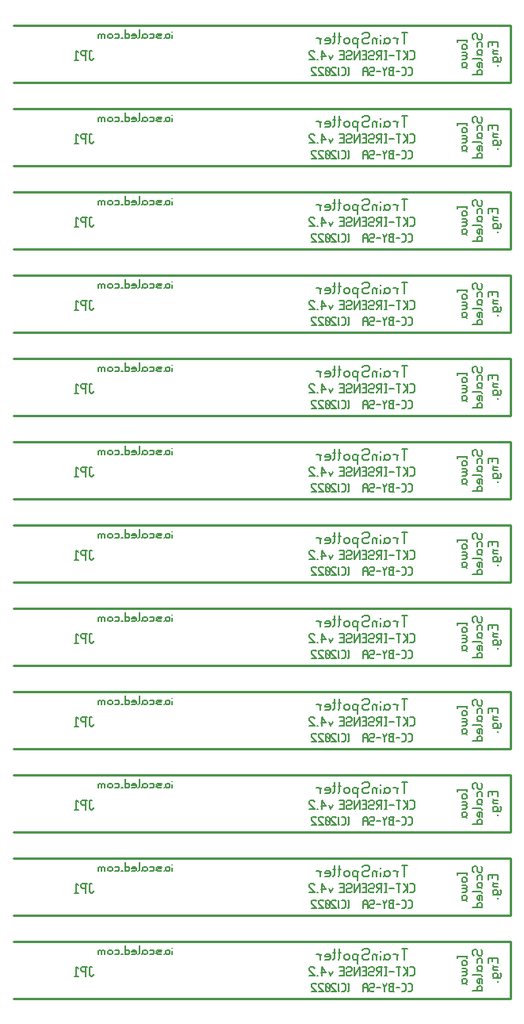
<source format=gbr>
G04 start of page 10 for group -4078 idx -4078 *
G04 Title: (unknown), bottomsilk *
G04 Creator: pcb 4.0.2 *
G04 CreationDate: Sun Oct 16 03:37:32 2022 UTC *
G04 For: ndholmes *
G04 Format: Gerber/RS-274X *
G04 PCB-Dimensions (mil): 3000.00 5500.00 *
G04 PCB-Coordinate-Origin: lower left *
%MOIN*%
%FSLAX25Y25*%
%LNBOTTOMSILK*%
%ADD52C,0.0080*%
%ADD51C,0.0100*%
G54D51*X269500Y385500D02*X60500D01*
X269500Y409500D02*Y385500D01*
Y374500D02*Y350500D01*
X60500Y374500D02*X269500D01*
Y479500D02*Y455500D01*
X60500Y444500D02*X269500D01*
Y420500D02*X60500D01*
Y409500D02*X269500D01*
X60500Y479500D02*X269500D01*
Y455500D02*X60500D01*
X269500Y444500D02*Y420500D01*
Y350500D02*X60500D01*
Y339500D02*X269500D01*
Y315500D02*X60500D01*
Y304500D02*X269500D01*
Y280500D02*X60500D01*
X269500Y339500D02*Y315500D01*
Y304500D02*Y280500D01*
X60500Y269500D02*X269500D01*
Y245500D02*X60500D01*
X269500Y234500D02*Y210500D01*
Y269500D02*Y245500D01*
X60500Y234500D02*X269500D01*
Y210500D02*X60500D01*
Y199500D02*X269500D01*
Y175500D02*X60500D01*
Y164500D02*X269500D01*
Y140500D02*X60500D01*
Y129500D02*X269500D01*
Y105500D02*X60500D01*
X269500Y199500D02*Y175500D01*
Y164500D02*Y140500D01*
Y129500D02*Y105500D01*
X60500Y94500D02*X269500D01*
Y70500D02*X60500D01*
X269500Y94500D02*Y70500D01*
G54D52*X261800Y436000D02*Y437500D01*
X264000Y435500D02*Y437500D01*
X260000D02*X264000D01*
X260000Y435500D02*Y437500D01*
X262500Y433800D02*X264000D01*
X262500D02*X262000Y433300D01*
Y432800D02*Y433300D01*
Y432800D02*X262500Y432300D01*
X264000D01*
X262000Y434300D02*X262500Y433800D01*
X262000Y429600D02*X262500Y429100D01*
X262000Y429600D02*Y430600D01*
X262500Y431100D02*X262000Y430600D01*
X262500Y431100D02*X263500D01*
X264000Y430600D01*
Y429600D02*Y430600D01*
Y429600D02*X263500Y429100D01*
X265000Y431100D02*X265500Y430600D01*
Y429600D02*Y430600D01*
Y429600D02*X265000Y429100D01*
X262000D02*X265000D01*
X264000Y427400D02*Y427900D01*
X261800Y401000D02*Y402500D01*
X264000Y400500D02*Y402500D01*
X260000D02*X264000D01*
X260000Y400500D02*Y402500D01*
X262500Y398800D02*X264000D01*
X262500D02*X262000Y398300D01*
Y397800D02*Y398300D01*
Y397800D02*X262500Y397300D01*
X264000D01*
X262000Y399300D02*X262500Y398800D01*
X262000Y394600D02*X262500Y394100D01*
X262000Y394600D02*Y395600D01*
X262500Y396100D02*X262000Y395600D01*
X262500Y396100D02*X263500D01*
X264000Y395600D01*
Y394600D02*Y395600D01*
Y394600D02*X263500Y394100D01*
X265000Y396100D02*X265500Y395600D01*
Y394600D02*Y395600D01*
Y394600D02*X265000Y394100D01*
X262000D02*X265000D01*
X264000Y392400D02*Y392900D01*
X261800Y366000D02*Y367500D01*
X264000Y365500D02*Y367500D01*
X260000D02*X264000D01*
X260000Y365500D02*Y367500D01*
X262500Y363800D02*X264000D01*
X262500D02*X262000Y363300D01*
Y362800D02*Y363300D01*
Y362800D02*X262500Y362300D01*
X264000D01*
X262000Y364300D02*X262500Y363800D01*
X262000Y359600D02*X262500Y359100D01*
X262000Y359600D02*Y360600D01*
X262500Y361100D02*X262000Y360600D01*
X262500Y361100D02*X263500D01*
X264000Y360600D01*
Y359600D02*Y360600D01*
Y359600D02*X263500Y359100D01*
X265000Y361100D02*X265500Y360600D01*
Y359600D02*Y360600D01*
Y359600D02*X265000Y359100D01*
X262000D02*X265000D01*
X264000Y357400D02*Y357900D01*
X261800Y331000D02*Y332500D01*
X264000Y330500D02*Y332500D01*
X260000D02*X264000D01*
X260000Y330500D02*Y332500D01*
X262500Y328800D02*X264000D01*
X262500D02*X262000Y328300D01*
Y327800D02*Y328300D01*
Y327800D02*X262500Y327300D01*
X264000D01*
X262000Y329300D02*X262500Y328800D01*
X262000Y324600D02*X262500Y324100D01*
X262000Y324600D02*Y325600D01*
X262500Y326100D02*X262000Y325600D01*
X262500Y326100D02*X263500D01*
X264000Y325600D01*
Y324600D02*Y325600D01*
Y324600D02*X263500Y324100D01*
X265000Y326100D02*X265500Y325600D01*
Y324600D02*Y325600D01*
Y324600D02*X265000Y324100D01*
X262000D02*X265000D01*
X264000Y322400D02*Y322900D01*
X253500Y439000D02*X254000Y438500D01*
X253500Y439000D02*Y440500D01*
X254000Y441000D02*X253500Y440500D01*
X254000Y441000D02*X255000D01*
X255500Y440500D01*
Y439000D02*Y440500D01*
Y439000D02*X256000Y438500D01*
X257000D01*
X257500Y439000D02*X257000Y438500D01*
X257500Y439000D02*Y440500D01*
X257000Y441000D02*X257500Y440500D01*
X255500Y435300D02*Y436800D01*
X256000Y437300D02*X255500Y436800D01*
X256000Y437300D02*X257000D01*
X257500Y436800D01*
Y435300D02*Y436800D01*
X255500Y432600D02*X256000Y432100D01*
X255500Y432600D02*Y433600D01*
X256000Y434100D02*X255500Y433600D01*
X256000Y434100D02*X257000D01*
X257500Y433600D01*
X255500Y432100D02*X257000D01*
X257500Y431600D01*
Y432600D02*Y433600D01*
Y432600D02*X257000Y432100D01*
X253500Y430400D02*X257000D01*
X257500Y429900D01*
Y426900D02*Y428400D01*
X257000Y428900D02*X257500Y428400D01*
X256000Y428900D02*X257000D01*
X256000D02*X255500Y428400D01*
Y427400D02*Y428400D01*
Y427400D02*X256000Y426900D01*
X256500D02*Y428900D01*
X256000Y426900D02*X256500D01*
X253500Y423700D02*X257500D01*
Y424200D02*X257000Y423700D01*
X257500Y424200D02*Y425200D01*
X257000Y425700D02*X257500Y425200D01*
X256000Y425700D02*X257000D01*
X256000D02*X255500Y425200D01*
Y424200D02*Y425200D01*
Y424200D02*X256000Y423700D01*
X253500Y404000D02*X254000Y403500D01*
X253500Y404000D02*Y405500D01*
X254000Y406000D02*X253500Y405500D01*
X254000Y406000D02*X255000D01*
X255500Y405500D01*
Y404000D02*Y405500D01*
Y404000D02*X256000Y403500D01*
X257000D01*
X257500Y404000D02*X257000Y403500D01*
X257500Y404000D02*Y405500D01*
X257000Y406000D02*X257500Y405500D01*
X255500Y400300D02*Y401800D01*
X256000Y402300D02*X255500Y401800D01*
X256000Y402300D02*X257000D01*
X257500Y401800D01*
Y400300D02*Y401800D01*
X255500Y397600D02*X256000Y397100D01*
X255500Y397600D02*Y398600D01*
X256000Y399100D02*X255500Y398600D01*
X256000Y399100D02*X257000D01*
X257500Y398600D01*
X255500Y397100D02*X257000D01*
X257500Y396600D01*
Y397600D02*Y398600D01*
Y397600D02*X257000Y397100D01*
X253500Y395400D02*X257000D01*
X257500Y394900D01*
Y391900D02*Y393400D01*
X257000Y393900D02*X257500Y393400D01*
X256000Y393900D02*X257000D01*
X256000D02*X255500Y393400D01*
Y392400D02*Y393400D01*
Y392400D02*X256000Y391900D01*
X256500D02*Y393900D01*
X256000Y391900D02*X256500D01*
X253500Y388700D02*X257500D01*
Y389200D02*X257000Y388700D01*
X257500Y389200D02*Y390200D01*
X257000Y390700D02*X257500Y390200D01*
X256000Y390700D02*X257000D01*
X256000D02*X255500Y390200D01*
Y389200D02*Y390200D01*
Y389200D02*X256000Y388700D01*
X247000Y402500D02*Y403500D01*
Y403000D02*X251000D01*
Y402500D02*Y403500D01*
X249500Y401300D02*X250500D01*
X249500D02*X249000Y400800D01*
Y399800D02*Y400800D01*
Y399800D02*X249500Y399300D01*
X250500D01*
X251000Y399800D02*X250500Y399300D01*
X251000Y399800D02*Y400800D01*
X250500Y401300D02*X251000Y400800D01*
X249000Y398100D02*X250500D01*
X251000Y397600D01*
Y397100D02*Y397600D01*
Y397100D02*X250500Y396600D01*
X249000D02*X250500D01*
X251000Y396100D01*
Y395600D02*Y396100D01*
Y395600D02*X250500Y395100D01*
X249000D02*X250500D01*
X249000Y392400D02*X249500Y391900D01*
X249000Y392400D02*Y393400D01*
X249500Y393900D02*X249000Y393400D01*
X249500Y393900D02*X250500D01*
X251000Y393400D01*
X249000Y391900D02*X250500D01*
X251000Y391400D01*
Y392400D02*Y393400D01*
Y392400D02*X250500Y391900D01*
X253500Y369000D02*X254000Y368500D01*
X253500Y369000D02*Y370500D01*
X254000Y371000D02*X253500Y370500D01*
X254000Y371000D02*X255000D01*
X255500Y370500D01*
Y369000D02*Y370500D01*
Y369000D02*X256000Y368500D01*
X257000D01*
X257500Y369000D02*X257000Y368500D01*
X257500Y369000D02*Y370500D01*
X257000Y371000D02*X257500Y370500D01*
X255500Y365300D02*Y366800D01*
X256000Y367300D02*X255500Y366800D01*
X256000Y367300D02*X257000D01*
X257500Y366800D01*
Y365300D02*Y366800D01*
X255500Y362600D02*X256000Y362100D01*
X255500Y362600D02*Y363600D01*
X256000Y364100D02*X255500Y363600D01*
X256000Y364100D02*X257000D01*
X257500Y363600D01*
X255500Y362100D02*X257000D01*
X257500Y361600D01*
Y362600D02*Y363600D01*
Y362600D02*X257000Y362100D01*
X253500Y360400D02*X257000D01*
X257500Y359900D01*
Y356900D02*Y358400D01*
X257000Y358900D02*X257500Y358400D01*
X256000Y358900D02*X257000D01*
X256000D02*X255500Y358400D01*
Y357400D02*Y358400D01*
Y357400D02*X256000Y356900D01*
X256500D02*Y358900D01*
X256000Y356900D02*X256500D01*
X253500Y353700D02*X257500D01*
Y354200D02*X257000Y353700D01*
X257500Y354200D02*Y355200D01*
X257000Y355700D02*X257500Y355200D01*
X256000Y355700D02*X257000D01*
X256000D02*X255500Y355200D01*
Y354200D02*Y355200D01*
Y354200D02*X256000Y353700D01*
X247000Y367500D02*Y368500D01*
Y368000D02*X251000D01*
Y367500D02*Y368500D01*
X249500Y366300D02*X250500D01*
X249500D02*X249000Y365800D01*
Y364800D02*Y365800D01*
Y364800D02*X249500Y364300D01*
X250500D01*
X251000Y364800D02*X250500Y364300D01*
X251000Y364800D02*Y365800D01*
X250500Y366300D02*X251000Y365800D01*
X249000Y363100D02*X250500D01*
X251000Y362600D01*
Y362100D02*Y362600D01*
Y362100D02*X250500Y361600D01*
X249000D02*X250500D01*
X251000Y361100D01*
Y360600D02*Y361100D01*
Y360600D02*X250500Y360100D01*
X249000D02*X250500D01*
X249000Y357400D02*X249500Y356900D01*
X249000Y357400D02*Y358400D01*
X249500Y358900D02*X249000Y358400D01*
X249500Y358900D02*X250500D01*
X251000Y358400D01*
X249000Y356900D02*X250500D01*
X251000Y356400D01*
Y357400D02*Y358400D01*
Y357400D02*X250500Y356900D01*
X253500Y334000D02*X254000Y333500D01*
X253500Y334000D02*Y335500D01*
X254000Y336000D02*X253500Y335500D01*
X254000Y336000D02*X255000D01*
X255500Y335500D01*
Y334000D02*Y335500D01*
Y334000D02*X256000Y333500D01*
X257000D01*
X257500Y334000D02*X257000Y333500D01*
X257500Y334000D02*Y335500D01*
X257000Y336000D02*X257500Y335500D01*
X255500Y330300D02*Y331800D01*
X256000Y332300D02*X255500Y331800D01*
X256000Y332300D02*X257000D01*
X257500Y331800D01*
Y330300D02*Y331800D01*
X255500Y327600D02*X256000Y327100D01*
X255500Y327600D02*Y328600D01*
X256000Y329100D02*X255500Y328600D01*
X256000Y329100D02*X257000D01*
X257500Y328600D01*
X255500Y327100D02*X257000D01*
X257500Y326600D01*
Y327600D02*Y328600D01*
Y327600D02*X257000Y327100D01*
X253500Y325400D02*X257000D01*
X257500Y324900D01*
Y321900D02*Y323400D01*
X257000Y323900D02*X257500Y323400D01*
X256000Y323900D02*X257000D01*
X256000D02*X255500Y323400D01*
Y322400D02*Y323400D01*
Y322400D02*X256000Y321900D01*
X256500D02*Y323900D01*
X256000Y321900D02*X256500D01*
X253500Y318700D02*X257500D01*
Y319200D02*X257000Y318700D01*
X257500Y319200D02*Y320200D01*
X257000Y320700D02*X257500Y320200D01*
X256000Y320700D02*X257000D01*
X256000D02*X255500Y320200D01*
Y319200D02*Y320200D01*
Y319200D02*X256000Y318700D01*
X247000Y332500D02*Y333500D01*
Y333000D02*X251000D01*
Y332500D02*Y333500D01*
X249500Y331300D02*X250500D01*
X249500D02*X249000Y330800D01*
Y329800D02*Y330800D01*
Y329800D02*X249500Y329300D01*
X250500D01*
X251000Y329800D02*X250500Y329300D01*
X251000Y329800D02*Y330800D01*
X250500Y331300D02*X251000Y330800D01*
X249000Y328100D02*X250500D01*
X251000Y327600D01*
Y327100D02*Y327600D01*
Y327100D02*X250500Y326600D01*
X249000D02*X250500D01*
X251000Y326100D01*
Y325600D02*Y326100D01*
Y325600D02*X250500Y325100D01*
X249000D02*X250500D01*
X249000Y322400D02*X249500Y321900D01*
X249000Y322400D02*Y323400D01*
X249500Y323900D02*X249000Y323400D01*
X249500Y323900D02*X250500D01*
X251000Y323400D01*
X249000Y321900D02*X250500D01*
X251000Y321400D01*
Y322400D02*Y323400D01*
Y322400D02*X250500Y321900D01*
X227157Y290000D02*X228327D01*
X228957Y290630D02*X228327Y290000D01*
X228957Y290630D02*Y292970D01*
X228327Y293600D01*
X227157D02*X228327D01*
X226077Y290000D02*Y293600D01*
Y291800D02*X224277Y293600D01*
X226077Y291800D02*X224277Y290000D01*
X221397Y293600D02*X223197D01*
X222297Y290000D02*Y293600D01*
X218517Y291800D02*X220317D01*
X216537Y293600D02*X217437D01*
X216987Y290000D02*Y293600D01*
X216537Y290000D02*X217437D01*
X213657Y293600D02*X215457D01*
X213657D02*X213207Y293150D01*
Y292250D02*Y293150D01*
X213657Y291800D02*X213207Y292250D01*
X213657Y291800D02*X215007D01*
Y290000D02*Y293600D01*
X214287Y291800D02*X213207Y290000D01*
X210327Y293600D02*X209877Y293150D01*
X210327Y293600D02*X211677D01*
X212127Y293150D02*X211677Y293600D01*
X212127Y292250D02*Y293150D01*
Y292250D02*X211677Y291800D01*
X210327D02*X211677D01*
X210327D02*X209877Y291350D01*
Y290450D02*Y291350D01*
X210327Y290000D02*X209877Y290450D01*
X210327Y290000D02*X211677D01*
X212127Y290450D02*X211677Y290000D01*
X207447Y291980D02*X208797D01*
X206997Y290000D02*X208797D01*
Y293600D01*
X206997D02*X208797D01*
X205917Y290000D02*Y293600D01*
X203667Y290000D01*
Y293600D01*
X200787D02*X200337Y293150D01*
X200787Y293600D02*X202137D01*
X202587Y293150D02*X202137Y293600D01*
X202587Y292250D02*Y293150D01*
Y292250D02*X202137Y291800D01*
X200787D02*X202137D01*
X200787D02*X200337Y291350D01*
Y290450D02*Y291350D01*
X200787Y290000D02*X200337Y290450D01*
X200787Y290000D02*X202137D01*
X202587Y290450D02*X202137Y290000D01*
X197907Y291980D02*X199257D01*
X197457Y290000D02*X199257D01*
Y293600D01*
X197457D02*X199257D01*
X194757Y291800D02*X193857Y290000D01*
X192957Y291800D02*X193857Y290000D01*
X191877Y291350D02*X190077Y293600D01*
X189627Y291350D02*X191877D01*
X190077Y290000D02*Y293600D01*
X188097Y290000D02*X188547D01*
X187017Y293150D02*X186567Y293600D01*
X185217D02*X186567D01*
X185217D02*X184767Y293150D01*
Y292250D02*Y293150D01*
X187017Y290000D02*X184767Y292250D01*
Y290000D02*X187017D01*
X201500Y283900D02*X201100Y283500D01*
X201500Y286300D02*X201100Y286700D01*
X201500Y283900D02*Y286300D01*
X198540Y283500D02*X199580D01*
X200140Y284060D02*X199580Y283500D01*
X200140Y284060D02*Y286140D01*
X199580Y286700D01*
X198540D02*X199580D01*
X197580D02*X197180Y286300D01*
Y283900D02*Y286300D01*
X197580Y283500D02*X197180Y283900D01*
X196220Y286300D02*X195820Y286700D01*
X194620D02*X195820D01*
X194620D02*X194220Y286300D01*
Y285500D02*Y286300D01*
X196220Y283500D02*X194220Y285500D01*
Y283500D02*X196220D01*
X193260Y283900D02*X192860Y283500D01*
X193260Y283900D02*Y286300D01*
X192860Y286700D01*
X192060D02*X192860D01*
X192060D02*X191660Y286300D01*
Y283900D02*Y286300D01*
X192060Y283500D02*X191660Y283900D01*
X192060Y283500D02*X192860D01*
X193260Y284300D02*X191660Y285900D01*
X190700Y286300D02*X190300Y286700D01*
X189100D02*X190300D01*
X189100D02*X188700Y286300D01*
Y285500D02*Y286300D01*
X190700Y283500D02*X188700Y285500D01*
Y283500D02*X190700D01*
X187740Y286300D02*X187340Y286700D01*
X186140D02*X187340D01*
X186140D02*X185740Y286300D01*
Y285500D02*Y286300D01*
X187740Y283500D02*X185740Y285500D01*
Y283500D02*X187740D01*
X226400D02*X227440D01*
X228000Y284060D02*X227440Y283500D01*
X228000Y284060D02*Y286140D01*
X227440Y286700D01*
X226400D02*X227440D01*
X223840Y283500D02*X224880D01*
X225440Y284060D02*X224880Y283500D01*
X225440Y284060D02*Y286140D01*
X224880Y286700D01*
X223840D02*X224880D01*
X221280Y285100D02*X222880D01*
X218720Y283500D02*X220320D01*
X218720D02*X218320Y283900D01*
Y284860D01*
X218720Y285260D02*X218320Y284860D01*
X218720Y285260D02*X219920D01*
Y283500D02*Y286700D01*
X218720D02*X220320D01*
X218720D02*X218320Y286300D01*
Y285660D02*Y286300D01*
X218720Y285260D02*X218320Y285660D01*
X217360Y286700D02*X216560Y285100D01*
X215760Y286700D01*
X216560Y283500D02*Y285100D01*
X213200D02*X214800D01*
X210640Y286700D02*X210240Y286300D01*
X210640Y286700D02*X211840D01*
X212240Y286300D02*X211840Y286700D01*
X212240Y285500D02*Y286300D01*
Y285500D02*X211840Y285100D01*
X210640D02*X211840D01*
X210640D02*X210240Y284700D01*
Y283900D02*Y284700D01*
X210640Y283500D02*X210240Y283900D01*
X210640Y283500D02*X211840D01*
X212240Y283900D02*X211840Y283500D01*
X209280D02*Y285900D01*
X208720Y286700D01*
X207840D02*X208720D01*
X207840D02*X207280Y285900D01*
Y283500D02*Y285900D01*
Y285100D02*X209280D01*
X223717Y266380D02*X225957D01*
X224837Y261900D02*Y266380D01*
X221813Y261900D02*Y263580D01*
X221253Y264140D01*
X220133D02*X221253D01*
X222373D02*X221813Y263580D01*
X217109Y264140D02*X216549Y263580D01*
X217109Y264140D02*X218229D01*
X218789Y263580D02*X218229Y264140D01*
X218789Y262460D02*Y263580D01*
Y262460D02*X218229Y261900D01*
X216549Y262460D02*Y264140D01*
Y262460D02*X215989Y261900D01*
X217109D02*X218229D01*
X217109D02*X216549Y262460D01*
X214645Y265148D02*Y265260D01*
Y261900D02*Y263580D01*
X212965Y261900D02*Y263580D01*
X212405Y264140D01*
X211845D02*X212405D01*
X211845D02*X211285Y263580D01*
Y261900D02*Y263580D01*
X213525Y264140D02*X212965Y263580D01*
X207701Y266380D02*X207141Y265820D01*
X207701Y266380D02*X209381D01*
X209941Y265820D02*X209381Y266380D01*
X209941Y264700D02*Y265820D01*
Y264700D02*X209381Y264140D01*
X207701D02*X209381D01*
X207701D02*X207141Y263580D01*
Y262460D02*Y263580D01*
X207701Y261900D02*X207141Y262460D01*
X207701Y261900D02*X209381D01*
X209941Y262460D02*X209381Y261900D01*
X205237Y260220D02*Y263580D01*
X205797Y264140D02*X205237Y263580D01*
X204677Y264140D01*
X203557D02*X204677D01*
X203557D02*X202997Y263580D01*
Y262460D02*Y263580D01*
X203557Y261900D02*X202997Y262460D01*
X203557Y261900D02*X204677D01*
X205237Y262460D02*X204677Y261900D01*
X201653Y262460D02*Y263580D01*
X201093Y264140D01*
X199973D02*X201093D01*
X199973D02*X199413Y263580D01*
Y262460D02*Y263580D01*
X199973Y261900D02*X199413Y262460D01*
X199973Y261900D02*X201093D01*
X201653Y262460D02*X201093Y261900D01*
X197509Y262460D02*Y266380D01*
Y262460D02*X196949Y261900D01*
Y264700D02*X198069D01*
X195269Y262460D02*Y266380D01*
Y262460D02*X194709Y261900D01*
Y264700D02*X195829D01*
X191349Y261900D02*X193029D01*
X193589Y262460D02*X193029Y261900D01*
X193589Y262460D02*Y263580D01*
X193029Y264140D01*
X191909D02*X193029D01*
X191909D02*X191349Y263580D01*
Y263020D02*X193589D01*
X191349D02*Y263580D01*
X189445Y261900D02*Y263580D01*
X188885Y264140D01*
X187765D02*X188885D01*
X190005D02*X189445Y263580D01*
X227157Y255000D02*X228327D01*
X228957Y255630D02*X228327Y255000D01*
X228957Y255630D02*Y257970D01*
X228327Y258600D01*
X227157D02*X228327D01*
X226077Y255000D02*Y258600D01*
Y256800D02*X224277Y258600D01*
X226077Y256800D02*X224277Y255000D01*
X221397Y258600D02*X223197D01*
X222297Y255000D02*Y258600D01*
X218517Y256800D02*X220317D01*
X216537Y258600D02*X217437D01*
X216987Y255000D02*Y258600D01*
X216537Y255000D02*X217437D01*
X213657Y258600D02*X215457D01*
X213657D02*X213207Y258150D01*
Y257250D02*Y258150D01*
X213657Y256800D02*X213207Y257250D01*
X213657Y256800D02*X215007D01*
Y255000D02*Y258600D01*
X214287Y256800D02*X213207Y255000D01*
X210327Y258600D02*X209877Y258150D01*
X210327Y258600D02*X211677D01*
X212127Y258150D02*X211677Y258600D01*
X212127Y257250D02*Y258150D01*
Y257250D02*X211677Y256800D01*
X210327D02*X211677D01*
X210327D02*X209877Y256350D01*
Y255450D02*Y256350D01*
X210327Y255000D02*X209877Y255450D01*
X210327Y255000D02*X211677D01*
X212127Y255450D02*X211677Y255000D01*
X207447Y256980D02*X208797D01*
X206997Y255000D02*X208797D01*
Y258600D01*
X206997D02*X208797D01*
X205917Y255000D02*Y258600D01*
X203667Y255000D01*
Y258600D01*
X200787D02*X200337Y258150D01*
X200787Y258600D02*X202137D01*
X202587Y258150D02*X202137Y258600D01*
X202587Y257250D02*Y258150D01*
Y257250D02*X202137Y256800D01*
X200787D02*X202137D01*
X200787D02*X200337Y256350D01*
Y255450D02*Y256350D01*
X200787Y255000D02*X200337Y255450D01*
X200787Y255000D02*X202137D01*
X202587Y255450D02*X202137Y255000D01*
X197907Y256980D02*X199257D01*
X197457Y255000D02*X199257D01*
Y258600D01*
X197457D02*X199257D01*
X194757Y256800D02*X193857Y255000D01*
X192957Y256800D02*X193857Y255000D01*
X191877Y256350D02*X190077Y258600D01*
X189627Y256350D02*X191877D01*
X190077Y255000D02*Y258600D01*
X188097Y255000D02*X188547D01*
X187017Y258150D02*X186567Y258600D01*
X185217D02*X186567D01*
X185217D02*X184767Y258150D01*
Y257250D02*Y258150D01*
X187017Y255000D02*X184767Y257250D01*
Y255000D02*X187017D01*
X201500Y248900D02*X201100Y248500D01*
X201500Y251300D02*X201100Y251700D01*
X201500Y248900D02*Y251300D01*
X198540Y248500D02*X199580D01*
X200140Y249060D02*X199580Y248500D01*
X200140Y249060D02*Y251140D01*
X199580Y251700D01*
X198540D02*X199580D01*
X197580D02*X197180Y251300D01*
Y248900D02*Y251300D01*
X197580Y248500D02*X197180Y248900D01*
X196220Y251300D02*X195820Y251700D01*
X194620D02*X195820D01*
X194620D02*X194220Y251300D01*
Y250500D02*Y251300D01*
X196220Y248500D02*X194220Y250500D01*
Y248500D02*X196220D01*
X193260Y248900D02*X192860Y248500D01*
X193260Y248900D02*Y251300D01*
X192860Y251700D01*
X192060D02*X192860D01*
X192060D02*X191660Y251300D01*
Y248900D02*Y251300D01*
X192060Y248500D02*X191660Y248900D01*
X192060Y248500D02*X192860D01*
X193260Y249300D02*X191660Y250900D01*
X190700Y251300D02*X190300Y251700D01*
X189100D02*X190300D01*
X189100D02*X188700Y251300D01*
Y250500D02*Y251300D01*
X190700Y248500D02*X188700Y250500D01*
Y248500D02*X190700D01*
X187740Y251300D02*X187340Y251700D01*
X186140D02*X187340D01*
X186140D02*X185740Y251300D01*
Y250500D02*Y251300D01*
X187740Y248500D02*X185740Y250500D01*
Y248500D02*X187740D01*
X226400D02*X227440D01*
X228000Y249060D02*X227440Y248500D01*
X228000Y249060D02*Y251140D01*
X227440Y251700D01*
X226400D02*X227440D01*
X223840Y248500D02*X224880D01*
X225440Y249060D02*X224880Y248500D01*
X225440Y249060D02*Y251140D01*
X224880Y251700D01*
X223840D02*X224880D01*
X221280Y250100D02*X222880D01*
X218720Y248500D02*X220320D01*
X218720D02*X218320Y248900D01*
Y249860D01*
X218720Y250260D02*X218320Y249860D01*
X218720Y250260D02*X219920D01*
Y248500D02*Y251700D01*
X218720D02*X220320D01*
X218720D02*X218320Y251300D01*
Y250660D02*Y251300D01*
X218720Y250260D02*X218320Y250660D01*
X217360Y251700D02*X216560Y250100D01*
X215760Y251700D01*
X216560Y248500D02*Y250100D01*
X213200D02*X214800D01*
X210640Y251700D02*X210240Y251300D01*
X210640Y251700D02*X211840D01*
X212240Y251300D02*X211840Y251700D01*
X212240Y250500D02*Y251300D01*
Y250500D02*X211840Y250100D01*
X210640D02*X211840D01*
X210640D02*X210240Y249700D01*
Y248900D02*Y249700D01*
X210640Y248500D02*X210240Y248900D01*
X210640Y248500D02*X211840D01*
X212240Y248900D02*X211840Y248500D01*
X209280D02*Y250900D01*
X208720Y251700D01*
X207840D02*X208720D01*
X207840D02*X207280Y250900D01*
Y248500D02*Y250900D01*
Y250100D02*X209280D01*
X223717Y231380D02*X225957D01*
X224837Y226900D02*Y231380D01*
X221813Y226900D02*Y228580D01*
X221253Y229140D01*
X220133D02*X221253D01*
X222373D02*X221813Y228580D01*
X217109Y229140D02*X216549Y228580D01*
X217109Y229140D02*X218229D01*
X218789Y228580D02*X218229Y229140D01*
X218789Y227460D02*Y228580D01*
Y227460D02*X218229Y226900D01*
X216549Y227460D02*Y229140D01*
Y227460D02*X215989Y226900D01*
X217109D02*X218229D01*
X217109D02*X216549Y227460D01*
X214645Y230148D02*Y230260D01*
Y226900D02*Y228580D01*
X212965Y226900D02*Y228580D01*
X212405Y229140D01*
X211845D02*X212405D01*
X211845D02*X211285Y228580D01*
Y226900D02*Y228580D01*
X213525Y229140D02*X212965Y228580D01*
X207701Y231380D02*X207141Y230820D01*
X207701Y231380D02*X209381D01*
X209941Y230820D02*X209381Y231380D01*
X209941Y229700D02*Y230820D01*
Y229700D02*X209381Y229140D01*
X207701D02*X209381D01*
X207701D02*X207141Y228580D01*
Y227460D02*Y228580D01*
X207701Y226900D02*X207141Y227460D01*
X207701Y226900D02*X209381D01*
X209941Y227460D02*X209381Y226900D01*
X205237Y225220D02*Y228580D01*
X205797Y229140D02*X205237Y228580D01*
X204677Y229140D01*
X203557D02*X204677D01*
X203557D02*X202997Y228580D01*
Y227460D02*Y228580D01*
X203557Y226900D02*X202997Y227460D01*
X203557Y226900D02*X204677D01*
X205237Y227460D02*X204677Y226900D01*
X201653Y227460D02*Y228580D01*
X201093Y229140D01*
X199973D02*X201093D01*
X199973D02*X199413Y228580D01*
Y227460D02*Y228580D01*
X199973Y226900D02*X199413Y227460D01*
X199973Y226900D02*X201093D01*
X201653Y227460D02*X201093Y226900D01*
X197509Y227460D02*Y231380D01*
Y227460D02*X196949Y226900D01*
Y229700D02*X198069D01*
X195269Y227460D02*Y231380D01*
Y227460D02*X194709Y226900D01*
Y229700D02*X195829D01*
X191349Y226900D02*X193029D01*
X193589Y227460D02*X193029Y226900D01*
X193589Y227460D02*Y228580D01*
X193029Y229140D01*
X191909D02*X193029D01*
X191909D02*X191349Y228580D01*
Y228020D02*X193589D01*
X191349D02*Y228580D01*
X189445Y226900D02*Y228580D01*
X188885Y229140D01*
X187765D02*X188885D01*
X190005D02*X189445Y228580D01*
X227157Y220000D02*X228327D01*
X228957Y220630D02*X228327Y220000D01*
X228957Y220630D02*Y222970D01*
X228327Y223600D01*
X227157D02*X228327D01*
X226077Y220000D02*Y223600D01*
Y221800D02*X224277Y223600D01*
X226077Y221800D02*X224277Y220000D01*
X221397Y223600D02*X223197D01*
X222297Y220000D02*Y223600D01*
X218517Y221800D02*X220317D01*
X216537Y223600D02*X217437D01*
X216987Y220000D02*Y223600D01*
X216537Y220000D02*X217437D01*
X213657Y223600D02*X215457D01*
X213657D02*X213207Y223150D01*
Y222250D02*Y223150D01*
X213657Y221800D02*X213207Y222250D01*
X213657Y221800D02*X215007D01*
Y220000D02*Y223600D01*
X214287Y221800D02*X213207Y220000D01*
X210327Y223600D02*X209877Y223150D01*
X210327Y223600D02*X211677D01*
X212127Y223150D02*X211677Y223600D01*
X212127Y222250D02*Y223150D01*
Y222250D02*X211677Y221800D01*
X210327D02*X211677D01*
X210327D02*X209877Y221350D01*
Y220450D02*Y221350D01*
X210327Y220000D02*X209877Y220450D01*
X210327Y220000D02*X211677D01*
X212127Y220450D02*X211677Y220000D01*
X207447Y221980D02*X208797D01*
X206997Y220000D02*X208797D01*
Y223600D01*
X206997D02*X208797D01*
X205917Y220000D02*Y223600D01*
X203667Y220000D01*
Y223600D01*
X200787D02*X200337Y223150D01*
X200787Y223600D02*X202137D01*
X202587Y223150D02*X202137Y223600D01*
X202587Y222250D02*Y223150D01*
Y222250D02*X202137Y221800D01*
X200787D02*X202137D01*
X200787D02*X200337Y221350D01*
Y220450D02*Y221350D01*
X200787Y220000D02*X200337Y220450D01*
X200787Y220000D02*X202137D01*
X202587Y220450D02*X202137Y220000D01*
X197907Y221980D02*X199257D01*
X197457Y220000D02*X199257D01*
Y223600D01*
X197457D02*X199257D01*
X194757Y221800D02*X193857Y220000D01*
X192957Y221800D02*X193857Y220000D01*
X191877Y221350D02*X190077Y223600D01*
X189627Y221350D02*X191877D01*
X190077Y220000D02*Y223600D01*
X188097Y220000D02*X188547D01*
X187017Y223150D02*X186567Y223600D01*
X185217D02*X186567D01*
X185217D02*X184767Y223150D01*
Y222250D02*Y223150D01*
X187017Y220000D02*X184767Y222250D01*
Y220000D02*X187017D01*
X201500Y213900D02*X201100Y213500D01*
X201500Y216300D02*X201100Y216700D01*
X201500Y213900D02*Y216300D01*
X198540Y213500D02*X199580D01*
X200140Y214060D02*X199580Y213500D01*
X200140Y214060D02*Y216140D01*
X199580Y216700D01*
X198540D02*X199580D01*
X197580D02*X197180Y216300D01*
Y213900D02*Y216300D01*
X197580Y213500D02*X197180Y213900D01*
X196220Y216300D02*X195820Y216700D01*
X194620D02*X195820D01*
X194620D02*X194220Y216300D01*
Y215500D02*Y216300D01*
X196220Y213500D02*X194220Y215500D01*
Y213500D02*X196220D01*
X193260Y213900D02*X192860Y213500D01*
X193260Y213900D02*Y216300D01*
X192860Y216700D01*
X192060D02*X192860D01*
X192060D02*X191660Y216300D01*
Y213900D02*Y216300D01*
X192060Y213500D02*X191660Y213900D01*
X192060Y213500D02*X192860D01*
X193260Y214300D02*X191660Y215900D01*
X190700Y216300D02*X190300Y216700D01*
X189100D02*X190300D01*
X189100D02*X188700Y216300D01*
Y215500D02*Y216300D01*
X190700Y213500D02*X188700Y215500D01*
Y213500D02*X190700D01*
X187740Y216300D02*X187340Y216700D01*
X186140D02*X187340D01*
X186140D02*X185740Y216300D01*
Y215500D02*Y216300D01*
X187740Y213500D02*X185740Y215500D01*
Y213500D02*X187740D01*
X226400D02*X227440D01*
X228000Y214060D02*X227440Y213500D01*
X228000Y214060D02*Y216140D01*
X227440Y216700D01*
X226400D02*X227440D01*
X223840Y213500D02*X224880D01*
X225440Y214060D02*X224880Y213500D01*
X225440Y214060D02*Y216140D01*
X224880Y216700D01*
X223840D02*X224880D01*
X221280Y215100D02*X222880D01*
X218720Y213500D02*X220320D01*
X218720D02*X218320Y213900D01*
Y214860D01*
X218720Y215260D02*X218320Y214860D01*
X218720Y215260D02*X219920D01*
Y213500D02*Y216700D01*
X218720D02*X220320D01*
X218720D02*X218320Y216300D01*
Y215660D02*Y216300D01*
X218720Y215260D02*X218320Y215660D01*
X217360Y216700D02*X216560Y215100D01*
X215760Y216700D01*
X216560Y213500D02*Y215100D01*
X213200D02*X214800D01*
X210640Y216700D02*X210240Y216300D01*
X210640Y216700D02*X211840D01*
X212240Y216300D02*X211840Y216700D01*
X212240Y215500D02*Y216300D01*
Y215500D02*X211840Y215100D01*
X210640D02*X211840D01*
X210640D02*X210240Y214700D01*
Y213900D02*Y214700D01*
X210640Y213500D02*X210240Y213900D01*
X210640Y213500D02*X211840D01*
X212240Y213900D02*X211840Y213500D01*
X209280D02*Y215900D01*
X208720Y216700D01*
X207840D02*X208720D01*
X207840D02*X207280Y215900D01*
Y213500D02*Y215900D01*
Y215100D02*X209280D01*
X223717Y196380D02*X225957D01*
X224837Y191900D02*Y196380D01*
X221813Y191900D02*Y193580D01*
X221253Y194140D01*
X220133D02*X221253D01*
X222373D02*X221813Y193580D01*
X217109Y194140D02*X216549Y193580D01*
X217109Y194140D02*X218229D01*
X218789Y193580D02*X218229Y194140D01*
X218789Y192460D02*Y193580D01*
Y192460D02*X218229Y191900D01*
X216549Y192460D02*Y194140D01*
Y192460D02*X215989Y191900D01*
X217109D02*X218229D01*
X217109D02*X216549Y192460D01*
X214645Y195148D02*Y195260D01*
Y191900D02*Y193580D01*
X212965Y191900D02*Y193580D01*
X212405Y194140D01*
X211845D02*X212405D01*
X211845D02*X211285Y193580D01*
Y191900D02*Y193580D01*
X213525Y194140D02*X212965Y193580D01*
X207701Y196380D02*X207141Y195820D01*
X207701Y196380D02*X209381D01*
X209941Y195820D02*X209381Y196380D01*
X209941Y194700D02*Y195820D01*
Y194700D02*X209381Y194140D01*
X207701D02*X209381D01*
X207701D02*X207141Y193580D01*
Y192460D02*Y193580D01*
X207701Y191900D02*X207141Y192460D01*
X207701Y191900D02*X209381D01*
X209941Y192460D02*X209381Y191900D01*
X205237Y190220D02*Y193580D01*
X205797Y194140D02*X205237Y193580D01*
X204677Y194140D01*
X203557D02*X204677D01*
X203557D02*X202997Y193580D01*
Y192460D02*Y193580D01*
X203557Y191900D02*X202997Y192460D01*
X203557Y191900D02*X204677D01*
X205237Y192460D02*X204677Y191900D01*
X201653Y192460D02*Y193580D01*
X201093Y194140D01*
X199973D02*X201093D01*
X199973D02*X199413Y193580D01*
Y192460D02*Y193580D01*
X199973Y191900D02*X199413Y192460D01*
X199973Y191900D02*X201093D01*
X201653Y192460D02*X201093Y191900D01*
X197509Y192460D02*Y196380D01*
Y192460D02*X196949Y191900D01*
Y194700D02*X198069D01*
X195269Y192460D02*Y196380D01*
Y192460D02*X194709Y191900D01*
Y194700D02*X195829D01*
X191349Y191900D02*X193029D01*
X193589Y192460D02*X193029Y191900D01*
X193589Y192460D02*Y193580D01*
X193029Y194140D01*
X191909D02*X193029D01*
X191909D02*X191349Y193580D01*
Y193020D02*X193589D01*
X191349D02*Y193580D01*
X189445Y191900D02*Y193580D01*
X188885Y194140D01*
X187765D02*X188885D01*
X190005D02*X189445Y193580D01*
X227157Y185000D02*X228327D01*
X228957Y185630D02*X228327Y185000D01*
X228957Y185630D02*Y187970D01*
X228327Y188600D01*
X227157D02*X228327D01*
X226077Y185000D02*Y188600D01*
Y186800D02*X224277Y188600D01*
X226077Y186800D02*X224277Y185000D01*
X221397Y188600D02*X223197D01*
X222297Y185000D02*Y188600D01*
X218517Y186800D02*X220317D01*
X216537Y188600D02*X217437D01*
X216987Y185000D02*Y188600D01*
X216537Y185000D02*X217437D01*
X213657Y188600D02*X215457D01*
X213657D02*X213207Y188150D01*
Y187250D02*Y188150D01*
X213657Y186800D02*X213207Y187250D01*
X213657Y186800D02*X215007D01*
Y185000D02*Y188600D01*
X214287Y186800D02*X213207Y185000D01*
X210327Y188600D02*X209877Y188150D01*
X210327Y188600D02*X211677D01*
X212127Y188150D02*X211677Y188600D01*
X212127Y187250D02*Y188150D01*
Y187250D02*X211677Y186800D01*
X210327D02*X211677D01*
X210327D02*X209877Y186350D01*
Y185450D02*Y186350D01*
X210327Y185000D02*X209877Y185450D01*
X210327Y185000D02*X211677D01*
X212127Y185450D02*X211677Y185000D01*
X207447Y186980D02*X208797D01*
X206997Y185000D02*X208797D01*
Y188600D01*
X206997D02*X208797D01*
X205917Y185000D02*Y188600D01*
X203667Y185000D01*
Y188600D01*
X200787D02*X200337Y188150D01*
X200787Y188600D02*X202137D01*
X202587Y188150D02*X202137Y188600D01*
X202587Y187250D02*Y188150D01*
Y187250D02*X202137Y186800D01*
X200787D02*X202137D01*
X200787D02*X200337Y186350D01*
Y185450D02*Y186350D01*
X200787Y185000D02*X200337Y185450D01*
X200787Y185000D02*X202137D01*
X202587Y185450D02*X202137Y185000D01*
X197907Y186980D02*X199257D01*
X197457Y185000D02*X199257D01*
Y188600D01*
X197457D02*X199257D01*
X194757Y186800D02*X193857Y185000D01*
X192957Y186800D02*X193857Y185000D01*
X191877Y186350D02*X190077Y188600D01*
X189627Y186350D02*X191877D01*
X190077Y185000D02*Y188600D01*
X188097Y185000D02*X188547D01*
X187017Y188150D02*X186567Y188600D01*
X185217D02*X186567D01*
X185217D02*X184767Y188150D01*
Y187250D02*Y188150D01*
X187017Y185000D02*X184767Y187250D01*
Y185000D02*X187017D01*
X201500Y178900D02*X201100Y178500D01*
X201500Y181300D02*X201100Y181700D01*
X201500Y178900D02*Y181300D01*
X198540Y178500D02*X199580D01*
X200140Y179060D02*X199580Y178500D01*
X200140Y179060D02*Y181140D01*
X199580Y181700D01*
X198540D02*X199580D01*
X197580D02*X197180Y181300D01*
Y178900D02*Y181300D01*
X197580Y178500D02*X197180Y178900D01*
X196220Y181300D02*X195820Y181700D01*
X194620D02*X195820D01*
X194620D02*X194220Y181300D01*
Y180500D02*Y181300D01*
X196220Y178500D02*X194220Y180500D01*
Y178500D02*X196220D01*
X193260Y178900D02*X192860Y178500D01*
X193260Y178900D02*Y181300D01*
X192860Y181700D01*
X192060D02*X192860D01*
X192060D02*X191660Y181300D01*
Y178900D02*Y181300D01*
X192060Y178500D02*X191660Y178900D01*
X192060Y178500D02*X192860D01*
X193260Y179300D02*X191660Y180900D01*
X190700Y181300D02*X190300Y181700D01*
X189100D02*X190300D01*
X189100D02*X188700Y181300D01*
Y180500D02*Y181300D01*
X190700Y178500D02*X188700Y180500D01*
Y178500D02*X190700D01*
X187740Y181300D02*X187340Y181700D01*
X186140D02*X187340D01*
X186140D02*X185740Y181300D01*
Y180500D02*Y181300D01*
X187740Y178500D02*X185740Y180500D01*
Y178500D02*X187740D01*
X226400D02*X227440D01*
X228000Y179060D02*X227440Y178500D01*
X228000Y179060D02*Y181140D01*
X227440Y181700D01*
X226400D02*X227440D01*
X223840Y178500D02*X224880D01*
X225440Y179060D02*X224880Y178500D01*
X225440Y179060D02*Y181140D01*
X224880Y181700D01*
X223840D02*X224880D01*
X221280Y180100D02*X222880D01*
X218720Y178500D02*X220320D01*
X218720D02*X218320Y178900D01*
Y179860D01*
X218720Y180260D02*X218320Y179860D01*
X218720Y180260D02*X219920D01*
Y178500D02*Y181700D01*
X218720D02*X220320D01*
X218720D02*X218320Y181300D01*
Y180660D02*Y181300D01*
X218720Y180260D02*X218320Y180660D01*
X217360Y181700D02*X216560Y180100D01*
X215760Y181700D01*
X216560Y178500D02*Y180100D01*
X213200D02*X214800D01*
X210640Y181700D02*X210240Y181300D01*
X210640Y181700D02*X211840D01*
X212240Y181300D02*X211840Y181700D01*
X212240Y180500D02*Y181300D01*
Y180500D02*X211840Y180100D01*
X210640D02*X211840D01*
X210640D02*X210240Y179700D01*
Y178900D02*Y179700D01*
X210640Y178500D02*X210240Y178900D01*
X210640Y178500D02*X211840D01*
X212240Y178900D02*X211840Y178500D01*
X209280D02*Y180900D01*
X208720Y181700D01*
X207840D02*X208720D01*
X207840D02*X207280Y180900D01*
Y178500D02*Y180900D01*
Y180100D02*X209280D01*
X223717Y161380D02*X225957D01*
X224837Y156900D02*Y161380D01*
X221813Y156900D02*Y158580D01*
X221253Y159140D01*
X220133D02*X221253D01*
X222373D02*X221813Y158580D01*
X217109Y159140D02*X216549Y158580D01*
X217109Y159140D02*X218229D01*
X218789Y158580D02*X218229Y159140D01*
X218789Y157460D02*Y158580D01*
Y157460D02*X218229Y156900D01*
X216549Y157460D02*Y159140D01*
Y157460D02*X215989Y156900D01*
X217109D02*X218229D01*
X217109D02*X216549Y157460D01*
X214645Y160148D02*Y160260D01*
Y156900D02*Y158580D01*
X212965Y156900D02*Y158580D01*
X212405Y159140D01*
X211845D02*X212405D01*
X211845D02*X211285Y158580D01*
Y156900D02*Y158580D01*
X213525Y159140D02*X212965Y158580D01*
X207701Y161380D02*X207141Y160820D01*
X207701Y161380D02*X209381D01*
X209941Y160820D02*X209381Y161380D01*
X209941Y159700D02*Y160820D01*
Y159700D02*X209381Y159140D01*
X207701D02*X209381D01*
X207701D02*X207141Y158580D01*
Y157460D02*Y158580D01*
X207701Y156900D02*X207141Y157460D01*
X207701Y156900D02*X209381D01*
X209941Y157460D02*X209381Y156900D01*
X205237Y155220D02*Y158580D01*
X205797Y159140D02*X205237Y158580D01*
X204677Y159140D01*
X203557D02*X204677D01*
X203557D02*X202997Y158580D01*
Y157460D02*Y158580D01*
X203557Y156900D02*X202997Y157460D01*
X203557Y156900D02*X204677D01*
X205237Y157460D02*X204677Y156900D01*
X201653Y157460D02*Y158580D01*
X201093Y159140D01*
X199973D02*X201093D01*
X199973D02*X199413Y158580D01*
Y157460D02*Y158580D01*
X199973Y156900D02*X199413Y157460D01*
X199973Y156900D02*X201093D01*
X201653Y157460D02*X201093Y156900D01*
X197509Y157460D02*Y161380D01*
Y157460D02*X196949Y156900D01*
Y159700D02*X198069D01*
X195269Y157460D02*Y161380D01*
Y157460D02*X194709Y156900D01*
Y159700D02*X195829D01*
X191349Y156900D02*X193029D01*
X193589Y157460D02*X193029Y156900D01*
X193589Y157460D02*Y158580D01*
X193029Y159140D01*
X191909D02*X193029D01*
X191909D02*X191349Y158580D01*
Y158020D02*X193589D01*
X191349D02*Y158580D01*
X189445Y156900D02*Y158580D01*
X188885Y159140D01*
X187765D02*X188885D01*
X190005D02*X189445Y158580D01*
X227157Y150000D02*X228327D01*
X228957Y150630D02*X228327Y150000D01*
X228957Y150630D02*Y152970D01*
X228327Y153600D01*
X227157D02*X228327D01*
X226077Y150000D02*Y153600D01*
Y151800D02*X224277Y153600D01*
X226077Y151800D02*X224277Y150000D01*
X221397Y153600D02*X223197D01*
X222297Y150000D02*Y153600D01*
X218517Y151800D02*X220317D01*
X216537Y153600D02*X217437D01*
X216987Y150000D02*Y153600D01*
X216537Y150000D02*X217437D01*
X213657Y153600D02*X215457D01*
X213657D02*X213207Y153150D01*
Y152250D02*Y153150D01*
X213657Y151800D02*X213207Y152250D01*
X213657Y151800D02*X215007D01*
Y150000D02*Y153600D01*
X214287Y151800D02*X213207Y150000D01*
X210327Y153600D02*X209877Y153150D01*
X210327Y153600D02*X211677D01*
X212127Y153150D02*X211677Y153600D01*
X212127Y152250D02*Y153150D01*
Y152250D02*X211677Y151800D01*
X210327D02*X211677D01*
X210327D02*X209877Y151350D01*
Y150450D02*Y151350D01*
X210327Y150000D02*X209877Y150450D01*
X210327Y150000D02*X211677D01*
X212127Y150450D02*X211677Y150000D01*
X207447Y151980D02*X208797D01*
X206997Y150000D02*X208797D01*
Y153600D01*
X206997D02*X208797D01*
X205917Y150000D02*Y153600D01*
X203667Y150000D01*
Y153600D01*
X200787D02*X200337Y153150D01*
X200787Y153600D02*X202137D01*
X202587Y153150D02*X202137Y153600D01*
X202587Y152250D02*Y153150D01*
Y152250D02*X202137Y151800D01*
X200787D02*X202137D01*
X200787D02*X200337Y151350D01*
Y150450D02*Y151350D01*
X200787Y150000D02*X200337Y150450D01*
X200787Y150000D02*X202137D01*
X202587Y150450D02*X202137Y150000D01*
X197907Y151980D02*X199257D01*
X197457Y150000D02*X199257D01*
Y153600D01*
X197457D02*X199257D01*
X194757Y151800D02*X193857Y150000D01*
X192957Y151800D02*X193857Y150000D01*
X191877Y151350D02*X190077Y153600D01*
X189627Y151350D02*X191877D01*
X190077Y150000D02*Y153600D01*
X188097Y150000D02*X188547D01*
X187017Y153150D02*X186567Y153600D01*
X185217D02*X186567D01*
X185217D02*X184767Y153150D01*
Y152250D02*Y153150D01*
X187017Y150000D02*X184767Y152250D01*
Y150000D02*X187017D01*
X201500Y143900D02*X201100Y143500D01*
X201500Y146300D02*X201100Y146700D01*
X201500Y143900D02*Y146300D01*
X198540Y143500D02*X199580D01*
X200140Y144060D02*X199580Y143500D01*
X200140Y144060D02*Y146140D01*
X199580Y146700D01*
X198540D02*X199580D01*
X197580D02*X197180Y146300D01*
Y143900D02*Y146300D01*
X197580Y143500D02*X197180Y143900D01*
X196220Y146300D02*X195820Y146700D01*
X194620D02*X195820D01*
X194620D02*X194220Y146300D01*
Y145500D02*Y146300D01*
X196220Y143500D02*X194220Y145500D01*
Y143500D02*X196220D01*
X193260Y143900D02*X192860Y143500D01*
X193260Y143900D02*Y146300D01*
X192860Y146700D01*
X192060D02*X192860D01*
X192060D02*X191660Y146300D01*
Y143900D02*Y146300D01*
X192060Y143500D02*X191660Y143900D01*
X192060Y143500D02*X192860D01*
X193260Y144300D02*X191660Y145900D01*
X190700Y146300D02*X190300Y146700D01*
X189100D02*X190300D01*
X189100D02*X188700Y146300D01*
Y145500D02*Y146300D01*
X190700Y143500D02*X188700Y145500D01*
Y143500D02*X190700D01*
X187740Y146300D02*X187340Y146700D01*
X186140D02*X187340D01*
X186140D02*X185740Y146300D01*
Y145500D02*Y146300D01*
X187740Y143500D02*X185740Y145500D01*
Y143500D02*X187740D01*
X226400D02*X227440D01*
X228000Y144060D02*X227440Y143500D01*
X228000Y144060D02*Y146140D01*
X227440Y146700D01*
X226400D02*X227440D01*
X223840Y143500D02*X224880D01*
X225440Y144060D02*X224880Y143500D01*
X225440Y144060D02*Y146140D01*
X224880Y146700D01*
X223840D02*X224880D01*
X221280Y145100D02*X222880D01*
X218720Y143500D02*X220320D01*
X218720D02*X218320Y143900D01*
Y144860D01*
X218720Y145260D02*X218320Y144860D01*
X218720Y145260D02*X219920D01*
Y143500D02*Y146700D01*
X218720D02*X220320D01*
X218720D02*X218320Y146300D01*
Y145660D02*Y146300D01*
X218720Y145260D02*X218320Y145660D01*
X217360Y146700D02*X216560Y145100D01*
X215760Y146700D01*
X216560Y143500D02*Y145100D01*
X213200D02*X214800D01*
X210640Y146700D02*X210240Y146300D01*
X210640Y146700D02*X211840D01*
X212240Y146300D02*X211840Y146700D01*
X212240Y145500D02*Y146300D01*
Y145500D02*X211840Y145100D01*
X210640D02*X211840D01*
X210640D02*X210240Y144700D01*
Y143900D02*Y144700D01*
X210640Y143500D02*X210240Y143900D01*
X210640Y143500D02*X211840D01*
X212240Y143900D02*X211840Y143500D01*
X209280D02*Y145900D01*
X208720Y146700D01*
X207840D02*X208720D01*
X207840D02*X207280Y145900D01*
Y143500D02*Y145900D01*
Y145100D02*X209280D01*
X223717Y126380D02*X225957D01*
X224837Y121900D02*Y126380D01*
X221813Y121900D02*Y123580D01*
X221253Y124140D01*
X220133D02*X221253D01*
X222373D02*X221813Y123580D01*
X217109Y124140D02*X216549Y123580D01*
X217109Y124140D02*X218229D01*
X218789Y123580D02*X218229Y124140D01*
X218789Y122460D02*Y123580D01*
Y122460D02*X218229Y121900D01*
X216549Y122460D02*Y124140D01*
Y122460D02*X215989Y121900D01*
X217109D02*X218229D01*
X217109D02*X216549Y122460D01*
X214645Y125148D02*Y125260D01*
Y121900D02*Y123580D01*
X212965Y121900D02*Y123580D01*
X212405Y124140D01*
X211845D02*X212405D01*
X211845D02*X211285Y123580D01*
Y121900D02*Y123580D01*
X213525Y124140D02*X212965Y123580D01*
X207701Y126380D02*X207141Y125820D01*
X207701Y126380D02*X209381D01*
X209941Y125820D02*X209381Y126380D01*
X209941Y124700D02*Y125820D01*
Y124700D02*X209381Y124140D01*
X207701D02*X209381D01*
X207701D02*X207141Y123580D01*
Y122460D02*Y123580D01*
X207701Y121900D02*X207141Y122460D01*
X207701Y121900D02*X209381D01*
X209941Y122460D02*X209381Y121900D01*
X205237Y120220D02*Y123580D01*
X205797Y124140D02*X205237Y123580D01*
X204677Y124140D01*
X203557D02*X204677D01*
X203557D02*X202997Y123580D01*
Y122460D02*Y123580D01*
X203557Y121900D02*X202997Y122460D01*
X203557Y121900D02*X204677D01*
X205237Y122460D02*X204677Y121900D01*
X201653Y122460D02*Y123580D01*
X201093Y124140D01*
X199973D02*X201093D01*
X199973D02*X199413Y123580D01*
Y122460D02*Y123580D01*
X199973Y121900D02*X199413Y122460D01*
X199973Y121900D02*X201093D01*
X201653Y122460D02*X201093Y121900D01*
X197509Y122460D02*Y126380D01*
Y122460D02*X196949Y121900D01*
Y124700D02*X198069D01*
X195269Y122460D02*Y126380D01*
Y122460D02*X194709Y121900D01*
Y124700D02*X195829D01*
X191349Y121900D02*X193029D01*
X193589Y122460D02*X193029Y121900D01*
X193589Y122460D02*Y123580D01*
X193029Y124140D01*
X191909D02*X193029D01*
X191909D02*X191349Y123580D01*
Y123020D02*X193589D01*
X191349D02*Y123580D01*
X189445Y121900D02*Y123580D01*
X188885Y124140D01*
X187765D02*X188885D01*
X190005D02*X189445Y123580D01*
X227157Y115000D02*X228327D01*
X228957Y115630D02*X228327Y115000D01*
X228957Y115630D02*Y117970D01*
X228327Y118600D01*
X227157D02*X228327D01*
X226077Y115000D02*Y118600D01*
Y116800D02*X224277Y118600D01*
X226077Y116800D02*X224277Y115000D01*
X221397Y118600D02*X223197D01*
X222297Y115000D02*Y118600D01*
X218517Y116800D02*X220317D01*
X216537Y118600D02*X217437D01*
X216987Y115000D02*Y118600D01*
X216537Y115000D02*X217437D01*
X213657Y118600D02*X215457D01*
X213657D02*X213207Y118150D01*
Y117250D02*Y118150D01*
X213657Y116800D02*X213207Y117250D01*
X213657Y116800D02*X215007D01*
Y115000D02*Y118600D01*
X214287Y116800D02*X213207Y115000D01*
X210327Y118600D02*X209877Y118150D01*
X210327Y118600D02*X211677D01*
X212127Y118150D02*X211677Y118600D01*
X212127Y117250D02*Y118150D01*
Y117250D02*X211677Y116800D01*
X210327D02*X211677D01*
X210327D02*X209877Y116350D01*
Y115450D02*Y116350D01*
X210327Y115000D02*X209877Y115450D01*
X210327Y115000D02*X211677D01*
X212127Y115450D02*X211677Y115000D01*
X207447Y116980D02*X208797D01*
X206997Y115000D02*X208797D01*
Y118600D01*
X206997D02*X208797D01*
X205917Y115000D02*Y118600D01*
X203667Y115000D01*
Y118600D01*
X200787D02*X200337Y118150D01*
X200787Y118600D02*X202137D01*
X202587Y118150D02*X202137Y118600D01*
X202587Y117250D02*Y118150D01*
Y117250D02*X202137Y116800D01*
X200787D02*X202137D01*
X200787D02*X200337Y116350D01*
Y115450D02*Y116350D01*
X200787Y115000D02*X200337Y115450D01*
X200787Y115000D02*X202137D01*
X202587Y115450D02*X202137Y115000D01*
X197907Y116980D02*X199257D01*
X197457Y115000D02*X199257D01*
Y118600D01*
X197457D02*X199257D01*
X194757Y116800D02*X193857Y115000D01*
X192957Y116800D02*X193857Y115000D01*
X191877Y116350D02*X190077Y118600D01*
X189627Y116350D02*X191877D01*
X190077Y115000D02*Y118600D01*
X188097Y115000D02*X188547D01*
X187017Y118150D02*X186567Y118600D01*
X185217D02*X186567D01*
X185217D02*X184767Y118150D01*
Y117250D02*Y118150D01*
X187017Y115000D02*X184767Y117250D01*
Y115000D02*X187017D01*
X201500Y108900D02*X201100Y108500D01*
X201500Y111300D02*X201100Y111700D01*
X201500Y108900D02*Y111300D01*
X198540Y108500D02*X199580D01*
X200140Y109060D02*X199580Y108500D01*
X200140Y109060D02*Y111140D01*
X199580Y111700D01*
X198540D02*X199580D01*
X197580D02*X197180Y111300D01*
Y108900D02*Y111300D01*
X197580Y108500D02*X197180Y108900D01*
X196220Y111300D02*X195820Y111700D01*
X194620D02*X195820D01*
X194620D02*X194220Y111300D01*
Y110500D02*Y111300D01*
X196220Y108500D02*X194220Y110500D01*
Y108500D02*X196220D01*
X193260Y108900D02*X192860Y108500D01*
X193260Y108900D02*Y111300D01*
X192860Y111700D01*
X192060D02*X192860D01*
X192060D02*X191660Y111300D01*
Y108900D02*Y111300D01*
X192060Y108500D02*X191660Y108900D01*
X192060Y108500D02*X192860D01*
X193260Y109300D02*X191660Y110900D01*
X190700Y111300D02*X190300Y111700D01*
X189100D02*X190300D01*
X189100D02*X188700Y111300D01*
Y110500D02*Y111300D01*
X190700Y108500D02*X188700Y110500D01*
Y108500D02*X190700D01*
X187740Y111300D02*X187340Y111700D01*
X186140D02*X187340D01*
X186140D02*X185740Y111300D01*
Y110500D02*Y111300D01*
X187740Y108500D02*X185740Y110500D01*
Y108500D02*X187740D01*
X226400D02*X227440D01*
X228000Y109060D02*X227440Y108500D01*
X228000Y109060D02*Y111140D01*
X227440Y111700D01*
X226400D02*X227440D01*
X223840Y108500D02*X224880D01*
X225440Y109060D02*X224880Y108500D01*
X225440Y109060D02*Y111140D01*
X224880Y111700D01*
X223840D02*X224880D01*
X221280Y110100D02*X222880D01*
X218720Y108500D02*X220320D01*
X218720D02*X218320Y108900D01*
Y109860D01*
X218720Y110260D02*X218320Y109860D01*
X218720Y110260D02*X219920D01*
Y108500D02*Y111700D01*
X218720D02*X220320D01*
X218720D02*X218320Y111300D01*
Y110660D02*Y111300D01*
X218720Y110260D02*X218320Y110660D01*
X217360Y111700D02*X216560Y110100D01*
X215760Y111700D01*
X216560Y108500D02*Y110100D01*
X213200D02*X214800D01*
X210640Y111700D02*X210240Y111300D01*
X210640Y111700D02*X211840D01*
X212240Y111300D02*X211840Y111700D01*
X212240Y110500D02*Y111300D01*
Y110500D02*X211840Y110100D01*
X210640D02*X211840D01*
X210640D02*X210240Y109700D01*
Y108900D02*Y109700D01*
X210640Y108500D02*X210240Y108900D01*
X210640Y108500D02*X211840D01*
X212240Y108900D02*X211840Y108500D01*
X209280D02*Y110900D01*
X208720Y111700D01*
X207840D02*X208720D01*
X207840D02*X207280Y110900D01*
Y108500D02*Y110900D01*
Y110100D02*X209280D01*
X223717Y91380D02*X225957D01*
X224837Y86900D02*Y91380D01*
X221813Y86900D02*Y88580D01*
X221253Y89140D01*
X220133D02*X221253D01*
X222373D02*X221813Y88580D01*
X217109Y89140D02*X216549Y88580D01*
X217109Y89140D02*X218229D01*
X218789Y88580D02*X218229Y89140D01*
X218789Y87460D02*Y88580D01*
Y87460D02*X218229Y86900D01*
X216549Y87460D02*Y89140D01*
Y87460D02*X215989Y86900D01*
X217109D02*X218229D01*
X217109D02*X216549Y87460D01*
X214645Y90148D02*Y90260D01*
Y86900D02*Y88580D01*
X212965Y86900D02*Y88580D01*
X212405Y89140D01*
X211845D02*X212405D01*
X211845D02*X211285Y88580D01*
Y86900D02*Y88580D01*
X213525Y89140D02*X212965Y88580D01*
X207701Y91380D02*X207141Y90820D01*
X207701Y91380D02*X209381D01*
X209941Y90820D02*X209381Y91380D01*
X209941Y89700D02*Y90820D01*
Y89700D02*X209381Y89140D01*
X207701D02*X209381D01*
X207701D02*X207141Y88580D01*
Y87460D02*Y88580D01*
X207701Y86900D02*X207141Y87460D01*
X207701Y86900D02*X209381D01*
X209941Y87460D02*X209381Y86900D01*
X205237Y85220D02*Y88580D01*
X205797Y89140D02*X205237Y88580D01*
X204677Y89140D01*
X203557D02*X204677D01*
X203557D02*X202997Y88580D01*
Y87460D02*Y88580D01*
X203557Y86900D02*X202997Y87460D01*
X203557Y86900D02*X204677D01*
X205237Y87460D02*X204677Y86900D01*
X201653Y87460D02*Y88580D01*
X201093Y89140D01*
X199973D02*X201093D01*
X199973D02*X199413Y88580D01*
Y87460D02*Y88580D01*
X199973Y86900D02*X199413Y87460D01*
X199973Y86900D02*X201093D01*
X201653Y87460D02*X201093Y86900D01*
X197509Y87460D02*Y91380D01*
Y87460D02*X196949Y86900D01*
Y89700D02*X198069D01*
X195269Y87460D02*Y91380D01*
Y87460D02*X194709Y86900D01*
Y89700D02*X195829D01*
X191349Y86900D02*X193029D01*
X193589Y87460D02*X193029Y86900D01*
X193589Y87460D02*Y88580D01*
X193029Y89140D01*
X191909D02*X193029D01*
X191909D02*X191349Y88580D01*
Y88020D02*X193589D01*
X191349D02*Y88580D01*
X189445Y86900D02*Y88580D01*
X188885Y89140D01*
X187765D02*X188885D01*
X190005D02*X189445Y88580D01*
X227157Y80000D02*X228327D01*
X228957Y80630D02*X228327Y80000D01*
X228957Y80630D02*Y82970D01*
X228327Y83600D01*
X227157D02*X228327D01*
X226077Y80000D02*Y83600D01*
Y81800D02*X224277Y83600D01*
X226077Y81800D02*X224277Y80000D01*
X221397Y83600D02*X223197D01*
X222297Y80000D02*Y83600D01*
X218517Y81800D02*X220317D01*
X216537Y83600D02*X217437D01*
X216987Y80000D02*Y83600D01*
X216537Y80000D02*X217437D01*
X213657Y83600D02*X215457D01*
X213657D02*X213207Y83150D01*
Y82250D02*Y83150D01*
X213657Y81800D02*X213207Y82250D01*
X213657Y81800D02*X215007D01*
Y80000D02*Y83600D01*
X214287Y81800D02*X213207Y80000D01*
X210327Y83600D02*X209877Y83150D01*
X210327Y83600D02*X211677D01*
X212127Y83150D02*X211677Y83600D01*
X212127Y82250D02*Y83150D01*
Y82250D02*X211677Y81800D01*
X210327D02*X211677D01*
X210327D02*X209877Y81350D01*
Y80450D02*Y81350D01*
X210327Y80000D02*X209877Y80450D01*
X210327Y80000D02*X211677D01*
X212127Y80450D02*X211677Y80000D01*
X207447Y81980D02*X208797D01*
X206997Y80000D02*X208797D01*
Y83600D01*
X206997D02*X208797D01*
X205917Y80000D02*Y83600D01*
X203667Y80000D01*
Y83600D01*
X200787D02*X200337Y83150D01*
X200787Y83600D02*X202137D01*
X202587Y83150D02*X202137Y83600D01*
X202587Y82250D02*Y83150D01*
Y82250D02*X202137Y81800D01*
X200787D02*X202137D01*
X200787D02*X200337Y81350D01*
Y80450D02*Y81350D01*
X200787Y80000D02*X200337Y80450D01*
X200787Y80000D02*X202137D01*
X202587Y80450D02*X202137Y80000D01*
X197907Y81980D02*X199257D01*
X197457Y80000D02*X199257D01*
Y83600D01*
X197457D02*X199257D01*
X194757Y81800D02*X193857Y80000D01*
X192957Y81800D02*X193857Y80000D01*
X191877Y81350D02*X190077Y83600D01*
X189627Y81350D02*X191877D01*
X190077Y80000D02*Y83600D01*
X188097Y80000D02*X188547D01*
X187017Y83150D02*X186567Y83600D01*
X185217D02*X186567D01*
X185217D02*X184767Y83150D01*
Y82250D02*Y83150D01*
X187017Y80000D02*X184767Y82250D01*
Y80000D02*X187017D01*
X201500Y73900D02*X201100Y73500D01*
X201500Y76300D02*X201100Y76700D01*
X201500Y73900D02*Y76300D01*
X198540Y73500D02*X199580D01*
X200140Y74060D02*X199580Y73500D01*
X200140Y74060D02*Y76140D01*
X199580Y76700D01*
X198540D02*X199580D01*
X197580D02*X197180Y76300D01*
Y73900D02*Y76300D01*
X197580Y73500D02*X197180Y73900D01*
X196220Y76300D02*X195820Y76700D01*
X194620D02*X195820D01*
X194620D02*X194220Y76300D01*
Y75500D02*Y76300D01*
X196220Y73500D02*X194220Y75500D01*
Y73500D02*X196220D01*
X193260Y73900D02*X192860Y73500D01*
X193260Y73900D02*Y76300D01*
X192860Y76700D01*
X192060D02*X192860D01*
X192060D02*X191660Y76300D01*
Y73900D02*Y76300D01*
X192060Y73500D02*X191660Y73900D01*
X192060Y73500D02*X192860D01*
X193260Y74300D02*X191660Y75900D01*
X190700Y76300D02*X190300Y76700D01*
X189100D02*X190300D01*
X189100D02*X188700Y76300D01*
Y75500D02*Y76300D01*
X190700Y73500D02*X188700Y75500D01*
Y73500D02*X190700D01*
X187740Y76300D02*X187340Y76700D01*
X186140D02*X187340D01*
X186140D02*X185740Y76300D01*
Y75500D02*Y76300D01*
X187740Y73500D02*X185740Y75500D01*
Y73500D02*X187740D01*
X226400D02*X227440D01*
X228000Y74060D02*X227440Y73500D01*
X228000Y74060D02*Y76140D01*
X227440Y76700D01*
X226400D02*X227440D01*
X223840Y73500D02*X224880D01*
X225440Y74060D02*X224880Y73500D01*
X225440Y74060D02*Y76140D01*
X224880Y76700D01*
X223840D02*X224880D01*
X221280Y75100D02*X222880D01*
X218720Y73500D02*X220320D01*
X218720D02*X218320Y73900D01*
Y74860D01*
X218720Y75260D02*X218320Y74860D01*
X218720Y75260D02*X219920D01*
Y73500D02*Y76700D01*
X218720D02*X220320D01*
X218720D02*X218320Y76300D01*
Y75660D02*Y76300D01*
X218720Y75260D02*X218320Y75660D01*
X217360Y76700D02*X216560Y75100D01*
X215760Y76700D01*
X216560Y73500D02*Y75100D01*
X213200D02*X214800D01*
X210640Y76700D02*X210240Y76300D01*
X210640Y76700D02*X211840D01*
X212240Y76300D02*X211840Y76700D01*
X212240Y75500D02*Y76300D01*
Y75500D02*X211840Y75100D01*
X210640D02*X211840D01*
X210640D02*X210240Y74700D01*
Y73900D02*Y74700D01*
X210640Y73500D02*X210240Y73900D01*
X210640Y73500D02*X211840D01*
X212240Y73900D02*X211840Y73500D01*
X209280D02*Y75900D01*
X208720Y76700D01*
X207840D02*X208720D01*
X207840D02*X207280Y75900D01*
Y73500D02*Y75900D01*
Y75100D02*X209280D01*
X261800Y296000D02*Y297500D01*
X264000Y295500D02*Y297500D01*
X260000D02*X264000D01*
X260000Y295500D02*Y297500D01*
X262500Y293800D02*X264000D01*
X262500D02*X262000Y293300D01*
Y292800D02*Y293300D01*
Y292800D02*X262500Y292300D01*
X264000D01*
X262000Y294300D02*X262500Y293800D01*
X262000Y289600D02*X262500Y289100D01*
X262000Y289600D02*Y290600D01*
X262500Y291100D02*X262000Y290600D01*
X262500Y291100D02*X263500D01*
X264000Y290600D01*
Y289600D02*Y290600D01*
Y289600D02*X263500Y289100D01*
X265000Y291100D02*X265500Y290600D01*
Y289600D02*Y290600D01*
Y289600D02*X265000Y289100D01*
X262000D02*X265000D01*
X264000Y287400D02*Y287900D01*
X261800Y261000D02*Y262500D01*
X264000Y260500D02*Y262500D01*
X260000D02*X264000D01*
X260000Y260500D02*Y262500D01*
X262500Y258800D02*X264000D01*
X262500D02*X262000Y258300D01*
Y257800D02*Y258300D01*
Y257800D02*X262500Y257300D01*
X264000D01*
X262000Y259300D02*X262500Y258800D01*
X262000Y254600D02*X262500Y254100D01*
X262000Y254600D02*Y255600D01*
X262500Y256100D02*X262000Y255600D01*
X262500Y256100D02*X263500D01*
X264000Y255600D01*
Y254600D02*Y255600D01*
Y254600D02*X263500Y254100D01*
X265000Y256100D02*X265500Y255600D01*
Y254600D02*Y255600D01*
Y254600D02*X265000Y254100D01*
X262000D02*X265000D01*
X264000Y252400D02*Y252900D01*
X261800Y226000D02*Y227500D01*
X264000Y225500D02*Y227500D01*
X260000D02*X264000D01*
X260000Y225500D02*Y227500D01*
X262500Y223800D02*X264000D01*
X262500D02*X262000Y223300D01*
Y222800D02*Y223300D01*
Y222800D02*X262500Y222300D01*
X264000D01*
X262000Y224300D02*X262500Y223800D01*
X262000Y219600D02*X262500Y219100D01*
X262000Y219600D02*Y220600D01*
X262500Y221100D02*X262000Y220600D01*
X262500Y221100D02*X263500D01*
X264000Y220600D01*
Y219600D02*Y220600D01*
Y219600D02*X263500Y219100D01*
X265000Y221100D02*X265500Y220600D01*
Y219600D02*Y220600D01*
Y219600D02*X265000Y219100D01*
X262000D02*X265000D01*
X264000Y217400D02*Y217900D01*
X253500Y299000D02*X254000Y298500D01*
X253500Y299000D02*Y300500D01*
X254000Y301000D02*X253500Y300500D01*
X254000Y301000D02*X255000D01*
X255500Y300500D01*
Y299000D02*Y300500D01*
Y299000D02*X256000Y298500D01*
X257000D01*
X257500Y299000D02*X257000Y298500D01*
X257500Y299000D02*Y300500D01*
X257000Y301000D02*X257500Y300500D01*
X255500Y295300D02*Y296800D01*
X256000Y297300D02*X255500Y296800D01*
X256000Y297300D02*X257000D01*
X257500Y296800D01*
Y295300D02*Y296800D01*
X255500Y292600D02*X256000Y292100D01*
X255500Y292600D02*Y293600D01*
X256000Y294100D02*X255500Y293600D01*
X256000Y294100D02*X257000D01*
X257500Y293600D01*
X255500Y292100D02*X257000D01*
X257500Y291600D01*
Y292600D02*Y293600D01*
Y292600D02*X257000Y292100D01*
X253500Y290400D02*X257000D01*
X257500Y289900D01*
Y286900D02*Y288400D01*
X257000Y288900D02*X257500Y288400D01*
X256000Y288900D02*X257000D01*
X256000D02*X255500Y288400D01*
Y287400D02*Y288400D01*
Y287400D02*X256000Y286900D01*
X256500D02*Y288900D01*
X256000Y286900D02*X256500D01*
X253500Y283700D02*X257500D01*
Y284200D02*X257000Y283700D01*
X257500Y284200D02*Y285200D01*
X257000Y285700D02*X257500Y285200D01*
X256000Y285700D02*X257000D01*
X256000D02*X255500Y285200D01*
Y284200D02*Y285200D01*
Y284200D02*X256000Y283700D01*
X253500Y264000D02*X254000Y263500D01*
X253500Y264000D02*Y265500D01*
X254000Y266000D02*X253500Y265500D01*
X254000Y266000D02*X255000D01*
X255500Y265500D01*
Y264000D02*Y265500D01*
Y264000D02*X256000Y263500D01*
X257000D01*
X257500Y264000D02*X257000Y263500D01*
X257500Y264000D02*Y265500D01*
X257000Y266000D02*X257500Y265500D01*
X255500Y260300D02*Y261800D01*
X256000Y262300D02*X255500Y261800D01*
X256000Y262300D02*X257000D01*
X257500Y261800D01*
Y260300D02*Y261800D01*
X255500Y257600D02*X256000Y257100D01*
X255500Y257600D02*Y258600D01*
X256000Y259100D02*X255500Y258600D01*
X256000Y259100D02*X257000D01*
X257500Y258600D01*
X255500Y257100D02*X257000D01*
X257500Y256600D01*
Y257600D02*Y258600D01*
Y257600D02*X257000Y257100D01*
X253500Y255400D02*X257000D01*
X257500Y254900D01*
Y251900D02*Y253400D01*
X257000Y253900D02*X257500Y253400D01*
X256000Y253900D02*X257000D01*
X256000D02*X255500Y253400D01*
Y252400D02*Y253400D01*
Y252400D02*X256000Y251900D01*
X256500D02*Y253900D01*
X256000Y251900D02*X256500D01*
X253500Y248700D02*X257500D01*
Y249200D02*X257000Y248700D01*
X257500Y249200D02*Y250200D01*
X257000Y250700D02*X257500Y250200D01*
X256000Y250700D02*X257000D01*
X256000D02*X255500Y250200D01*
Y249200D02*Y250200D01*
Y249200D02*X256000Y248700D01*
X253500Y229000D02*X254000Y228500D01*
X253500Y229000D02*Y230500D01*
X254000Y231000D02*X253500Y230500D01*
X254000Y231000D02*X255000D01*
X255500Y230500D01*
Y229000D02*Y230500D01*
Y229000D02*X256000Y228500D01*
X257000D01*
X257500Y229000D02*X257000Y228500D01*
X257500Y229000D02*Y230500D01*
X257000Y231000D02*X257500Y230500D01*
X255500Y225300D02*Y226800D01*
X256000Y227300D02*X255500Y226800D01*
X256000Y227300D02*X257000D01*
X257500Y226800D01*
Y225300D02*Y226800D01*
X255500Y222600D02*X256000Y222100D01*
X255500Y222600D02*Y223600D01*
X256000Y224100D02*X255500Y223600D01*
X256000Y224100D02*X257000D01*
X257500Y223600D01*
X255500Y222100D02*X257000D01*
X257500Y221600D01*
Y222600D02*Y223600D01*
Y222600D02*X257000Y222100D01*
X253500Y220400D02*X257000D01*
X257500Y219900D01*
Y216900D02*Y218400D01*
X257000Y218900D02*X257500Y218400D01*
X256000Y218900D02*X257000D01*
X256000D02*X255500Y218400D01*
Y217400D02*Y218400D01*
Y217400D02*X256000Y216900D01*
X256500D02*Y218900D01*
X256000Y216900D02*X256500D01*
X253500Y213700D02*X257500D01*
Y214200D02*X257000Y213700D01*
X257500Y214200D02*Y215200D01*
X257000Y215700D02*X257500Y215200D01*
X256000Y215700D02*X257000D01*
X256000D02*X255500Y215200D01*
Y214200D02*Y215200D01*
Y214200D02*X256000Y213700D01*
X253500Y194000D02*X254000Y193500D01*
X253500Y194000D02*Y195500D01*
X254000Y196000D02*X253500Y195500D01*
X254000Y196000D02*X255000D01*
X255500Y195500D01*
Y194000D02*Y195500D01*
Y194000D02*X256000Y193500D01*
X257000D01*
X257500Y194000D02*X257000Y193500D01*
X257500Y194000D02*Y195500D01*
X257000Y196000D02*X257500Y195500D01*
X255500Y190300D02*Y191800D01*
X256000Y192300D02*X255500Y191800D01*
X256000Y192300D02*X257000D01*
X257500Y191800D01*
Y190300D02*Y191800D01*
X255500Y187600D02*X256000Y187100D01*
X255500Y187600D02*Y188600D01*
X256000Y189100D02*X255500Y188600D01*
X256000Y189100D02*X257000D01*
X257500Y188600D01*
X255500Y187100D02*X257000D01*
X257500Y186600D01*
Y187600D02*Y188600D01*
Y187600D02*X257000Y187100D01*
X253500Y185400D02*X257000D01*
X257500Y184900D01*
Y181900D02*Y183400D01*
X257000Y183900D02*X257500Y183400D01*
X256000Y183900D02*X257000D01*
X256000D02*X255500Y183400D01*
Y182400D02*Y183400D01*
Y182400D02*X256000Y181900D01*
X256500D02*Y183900D01*
X256000Y181900D02*X256500D01*
X253500Y178700D02*X257500D01*
Y179200D02*X257000Y178700D01*
X257500Y179200D02*Y180200D01*
X257000Y180700D02*X257500Y180200D01*
X256000Y180700D02*X257000D01*
X256000D02*X255500Y180200D01*
Y179200D02*Y180200D01*
Y179200D02*X256000Y178700D01*
X253500Y159000D02*X254000Y158500D01*
X253500Y159000D02*Y160500D01*
X254000Y161000D02*X253500Y160500D01*
X254000Y161000D02*X255000D01*
X255500Y160500D01*
Y159000D02*Y160500D01*
Y159000D02*X256000Y158500D01*
X257000D01*
X257500Y159000D02*X257000Y158500D01*
X257500Y159000D02*Y160500D01*
X257000Y161000D02*X257500Y160500D01*
X255500Y155300D02*Y156800D01*
X256000Y157300D02*X255500Y156800D01*
X256000Y157300D02*X257000D01*
X257500Y156800D01*
Y155300D02*Y156800D01*
X255500Y152600D02*X256000Y152100D01*
X255500Y152600D02*Y153600D01*
X256000Y154100D02*X255500Y153600D01*
X256000Y154100D02*X257000D01*
X257500Y153600D01*
X255500Y152100D02*X257000D01*
X257500Y151600D01*
Y152600D02*Y153600D01*
Y152600D02*X257000Y152100D01*
X253500Y150400D02*X257000D01*
X257500Y149900D01*
Y146900D02*Y148400D01*
X257000Y148900D02*X257500Y148400D01*
X256000Y148900D02*X257000D01*
X256000D02*X255500Y148400D01*
Y147400D02*Y148400D01*
Y147400D02*X256000Y146900D01*
X256500D02*Y148900D01*
X256000Y146900D02*X256500D01*
X253500Y143700D02*X257500D01*
Y144200D02*X257000Y143700D01*
X257500Y144200D02*Y145200D01*
X257000Y145700D02*X257500Y145200D01*
X256000Y145700D02*X257000D01*
X256000D02*X255500Y145200D01*
Y144200D02*Y145200D01*
Y144200D02*X256000Y143700D01*
X253500Y124000D02*X254000Y123500D01*
X253500Y124000D02*Y125500D01*
X254000Y126000D02*X253500Y125500D01*
X254000Y126000D02*X255000D01*
X255500Y125500D01*
Y124000D02*Y125500D01*
Y124000D02*X256000Y123500D01*
X257000D01*
X257500Y124000D02*X257000Y123500D01*
X257500Y124000D02*Y125500D01*
X257000Y126000D02*X257500Y125500D01*
X255500Y120300D02*Y121800D01*
X256000Y122300D02*X255500Y121800D01*
X256000Y122300D02*X257000D01*
X257500Y121800D01*
Y120300D02*Y121800D01*
X255500Y117600D02*X256000Y117100D01*
X255500Y117600D02*Y118600D01*
X256000Y119100D02*X255500Y118600D01*
X256000Y119100D02*X257000D01*
X257500Y118600D01*
X255500Y117100D02*X257000D01*
X257500Y116600D01*
Y117600D02*Y118600D01*
Y117600D02*X257000Y117100D01*
X253500Y115400D02*X257000D01*
X257500Y114900D01*
Y111900D02*Y113400D01*
X257000Y113900D02*X257500Y113400D01*
X256000Y113900D02*X257000D01*
X256000D02*X255500Y113400D01*
Y112400D02*Y113400D01*
Y112400D02*X256000Y111900D01*
X256500D02*Y113900D01*
X256000Y111900D02*X256500D01*
X253500Y108700D02*X257500D01*
Y109200D02*X257000Y108700D01*
X257500Y109200D02*Y110200D01*
X257000Y110700D02*X257500Y110200D01*
X256000Y110700D02*X257000D01*
X256000D02*X255500Y110200D01*
Y109200D02*Y110200D01*
Y109200D02*X256000Y108700D01*
X247000Y297500D02*Y298500D01*
Y298000D02*X251000D01*
Y297500D02*Y298500D01*
X249500Y296300D02*X250500D01*
X249500D02*X249000Y295800D01*
Y294800D02*Y295800D01*
Y294800D02*X249500Y294300D01*
X250500D01*
X251000Y294800D02*X250500Y294300D01*
X251000Y294800D02*Y295800D01*
X250500Y296300D02*X251000Y295800D01*
X249000Y293100D02*X250500D01*
X251000Y292600D01*
Y292100D02*Y292600D01*
Y292100D02*X250500Y291600D01*
X249000D02*X250500D01*
X251000Y291100D01*
Y290600D02*Y291100D01*
Y290600D02*X250500Y290100D01*
X249000D02*X250500D01*
X249000Y287400D02*X249500Y286900D01*
X249000Y287400D02*Y288400D01*
X249500Y288900D02*X249000Y288400D01*
X249500Y288900D02*X250500D01*
X251000Y288400D01*
X249000Y286900D02*X250500D01*
X251000Y286400D01*
Y287400D02*Y288400D01*
Y287400D02*X250500Y286900D01*
X247000Y262500D02*Y263500D01*
Y263000D02*X251000D01*
Y262500D02*Y263500D01*
X249500Y261300D02*X250500D01*
X249500D02*X249000Y260800D01*
Y259800D02*Y260800D01*
Y259800D02*X249500Y259300D01*
X250500D01*
X251000Y259800D02*X250500Y259300D01*
X251000Y259800D02*Y260800D01*
X250500Y261300D02*X251000Y260800D01*
X249000Y258100D02*X250500D01*
X251000Y257600D01*
Y257100D02*Y257600D01*
Y257100D02*X250500Y256600D01*
X249000D02*X250500D01*
X251000Y256100D01*
Y255600D02*Y256100D01*
Y255600D02*X250500Y255100D01*
X249000D02*X250500D01*
X249000Y252400D02*X249500Y251900D01*
X249000Y252400D02*Y253400D01*
X249500Y253900D02*X249000Y253400D01*
X249500Y253900D02*X250500D01*
X251000Y253400D01*
X249000Y251900D02*X250500D01*
X251000Y251400D01*
Y252400D02*Y253400D01*
Y252400D02*X250500Y251900D01*
X247000Y227500D02*Y228500D01*
Y228000D02*X251000D01*
Y227500D02*Y228500D01*
X249500Y226300D02*X250500D01*
X249500D02*X249000Y225800D01*
Y224800D02*Y225800D01*
Y224800D02*X249500Y224300D01*
X250500D01*
X251000Y224800D02*X250500Y224300D01*
X251000Y224800D02*Y225800D01*
X250500Y226300D02*X251000Y225800D01*
X249000Y223100D02*X250500D01*
X251000Y222600D01*
Y222100D02*Y222600D01*
Y222100D02*X250500Y221600D01*
X249000D02*X250500D01*
X251000Y221100D01*
Y220600D02*Y221100D01*
Y220600D02*X250500Y220100D01*
X249000D02*X250500D01*
X249000Y217400D02*X249500Y216900D01*
X249000Y217400D02*Y218400D01*
X249500Y218900D02*X249000Y218400D01*
X249500Y218900D02*X250500D01*
X251000Y218400D01*
X249000Y216900D02*X250500D01*
X251000Y216400D01*
Y217400D02*Y218400D01*
Y217400D02*X250500Y216900D01*
X247000Y192500D02*Y193500D01*
Y193000D02*X251000D01*
Y192500D02*Y193500D01*
X249500Y191300D02*X250500D01*
X249500D02*X249000Y190800D01*
Y189800D02*Y190800D01*
Y189800D02*X249500Y189300D01*
X250500D01*
X251000Y189800D02*X250500Y189300D01*
X251000Y189800D02*Y190800D01*
X250500Y191300D02*X251000Y190800D01*
X249000Y188100D02*X250500D01*
X251000Y187600D01*
Y187100D02*Y187600D01*
Y187100D02*X250500Y186600D01*
X249000D02*X250500D01*
X251000Y186100D01*
Y185600D02*Y186100D01*
Y185600D02*X250500Y185100D01*
X249000D02*X250500D01*
X249000Y182400D02*X249500Y181900D01*
X249000Y182400D02*Y183400D01*
X249500Y183900D02*X249000Y183400D01*
X249500Y183900D02*X250500D01*
X251000Y183400D01*
X249000Y181900D02*X250500D01*
X251000Y181400D01*
Y182400D02*Y183400D01*
Y182400D02*X250500Y181900D01*
X247000Y157500D02*Y158500D01*
Y158000D02*X251000D01*
Y157500D02*Y158500D01*
X249500Y156300D02*X250500D01*
X249500D02*X249000Y155800D01*
Y154800D02*Y155800D01*
Y154800D02*X249500Y154300D01*
X250500D01*
X251000Y154800D02*X250500Y154300D01*
X251000Y154800D02*Y155800D01*
X250500Y156300D02*X251000Y155800D01*
X249000Y153100D02*X250500D01*
X251000Y152600D01*
Y152100D02*Y152600D01*
Y152100D02*X250500Y151600D01*
X249000D02*X250500D01*
X251000Y151100D01*
Y150600D02*Y151100D01*
Y150600D02*X250500Y150100D01*
X249000D02*X250500D01*
X249000Y147400D02*X249500Y146900D01*
X249000Y147400D02*Y148400D01*
X249500Y148900D02*X249000Y148400D01*
X249500Y148900D02*X250500D01*
X251000Y148400D01*
X249000Y146900D02*X250500D01*
X251000Y146400D01*
Y147400D02*Y148400D01*
Y147400D02*X250500Y146900D01*
X247000Y122500D02*Y123500D01*
Y123000D02*X251000D01*
Y122500D02*Y123500D01*
X249500Y121300D02*X250500D01*
X249500D02*X249000Y120800D01*
Y119800D02*Y120800D01*
Y119800D02*X249500Y119300D01*
X250500D01*
X251000Y119800D02*X250500Y119300D01*
X251000Y119800D02*Y120800D01*
X250500Y121300D02*X251000Y120800D01*
X249000Y118100D02*X250500D01*
X251000Y117600D01*
Y117100D02*Y117600D01*
Y117100D02*X250500Y116600D01*
X249000D02*X250500D01*
X251000Y116100D01*
Y115600D02*Y116100D01*
Y115600D02*X250500Y115100D01*
X249000D02*X250500D01*
X249000Y112400D02*X249500Y111900D01*
X249000Y112400D02*Y113400D01*
X249500Y113900D02*X249000Y113400D01*
X249500Y113900D02*X250500D01*
X251000Y113400D01*
X249000Y111900D02*X250500D01*
X251000Y111400D01*
Y112400D02*Y113400D01*
Y112400D02*X250500Y111900D01*
X261800Y191000D02*Y192500D01*
X264000Y190500D02*Y192500D01*
X260000D02*X264000D01*
X260000Y190500D02*Y192500D01*
X262500Y188800D02*X264000D01*
X262500D02*X262000Y188300D01*
Y187800D02*Y188300D01*
Y187800D02*X262500Y187300D01*
X264000D01*
X262000Y189300D02*X262500Y188800D01*
X262000Y184600D02*X262500Y184100D01*
X262000Y184600D02*Y185600D01*
X262500Y186100D02*X262000Y185600D01*
X262500Y186100D02*X263500D01*
X264000Y185600D01*
Y184600D02*Y185600D01*
Y184600D02*X263500Y184100D01*
X265000Y186100D02*X265500Y185600D01*
Y184600D02*Y185600D01*
Y184600D02*X265000Y184100D01*
X262000D02*X265000D01*
X264000Y182400D02*Y182900D01*
X261800Y156000D02*Y157500D01*
X264000Y155500D02*Y157500D01*
X260000D02*X264000D01*
X260000Y155500D02*Y157500D01*
X262500Y153800D02*X264000D01*
X262500D02*X262000Y153300D01*
Y152800D02*Y153300D01*
Y152800D02*X262500Y152300D01*
X264000D01*
X262000Y154300D02*X262500Y153800D01*
X262000Y149600D02*X262500Y149100D01*
X262000Y149600D02*Y150600D01*
X262500Y151100D02*X262000Y150600D01*
X262500Y151100D02*X263500D01*
X264000Y150600D01*
Y149600D02*Y150600D01*
Y149600D02*X263500Y149100D01*
X265000Y151100D02*X265500Y150600D01*
Y149600D02*Y150600D01*
Y149600D02*X265000Y149100D01*
X262000D02*X265000D01*
X264000Y147400D02*Y147900D01*
X261800Y121000D02*Y122500D01*
X264000Y120500D02*Y122500D01*
X260000D02*X264000D01*
X260000Y120500D02*Y122500D01*
X262500Y118800D02*X264000D01*
X262500D02*X262000Y118300D01*
Y117800D02*Y118300D01*
Y117800D02*X262500Y117300D01*
X264000D01*
X262000Y119300D02*X262500Y118800D01*
X262000Y114600D02*X262500Y114100D01*
X262000Y114600D02*Y115600D01*
X262500Y116100D02*X262000Y115600D01*
X262500Y116100D02*X263500D01*
X264000Y115600D01*
Y114600D02*Y115600D01*
Y114600D02*X263500Y114100D01*
X265000Y116100D02*X265500Y115600D01*
Y114600D02*Y115600D01*
Y114600D02*X265000Y114100D01*
X262000D02*X265000D01*
X264000Y112400D02*Y112900D01*
X261800Y86000D02*Y87500D01*
X264000Y85500D02*Y87500D01*
X260000D02*X264000D01*
X260000Y85500D02*Y87500D01*
X262500Y83800D02*X264000D01*
X262500D02*X262000Y83300D01*
Y82800D02*Y83300D01*
Y82800D02*X262500Y82300D01*
X264000D01*
X262000Y84300D02*X262500Y83800D01*
X262000Y79600D02*X262500Y79100D01*
X262000Y79600D02*Y80600D01*
X262500Y81100D02*X262000Y80600D01*
X262500Y81100D02*X263500D01*
X264000Y80600D01*
Y79600D02*Y80600D01*
Y79600D02*X263500Y79100D01*
X265000Y81100D02*X265500Y80600D01*
Y79600D02*Y80600D01*
Y79600D02*X265000Y79100D01*
X262000D02*X265000D01*
X264000Y77400D02*Y77900D01*
X253500Y89000D02*X254000Y88500D01*
X253500Y89000D02*Y90500D01*
X254000Y91000D02*X253500Y90500D01*
X254000Y91000D02*X255000D01*
X255500Y90500D01*
Y89000D02*Y90500D01*
Y89000D02*X256000Y88500D01*
X257000D01*
X257500Y89000D02*X257000Y88500D01*
X257500Y89000D02*Y90500D01*
X257000Y91000D02*X257500Y90500D01*
X255500Y85300D02*Y86800D01*
X256000Y87300D02*X255500Y86800D01*
X256000Y87300D02*X257000D01*
X257500Y86800D01*
Y85300D02*Y86800D01*
X255500Y82600D02*X256000Y82100D01*
X255500Y82600D02*Y83600D01*
X256000Y84100D02*X255500Y83600D01*
X256000Y84100D02*X257000D01*
X257500Y83600D01*
X255500Y82100D02*X257000D01*
X257500Y81600D01*
Y82600D02*Y83600D01*
Y82600D02*X257000Y82100D01*
X253500Y80400D02*X257000D01*
X257500Y79900D01*
Y76900D02*Y78400D01*
X257000Y78900D02*X257500Y78400D01*
X256000Y78900D02*X257000D01*
X256000D02*X255500Y78400D01*
Y77400D02*Y78400D01*
Y77400D02*X256000Y76900D01*
X256500D02*Y78900D01*
X256000Y76900D02*X256500D01*
X253500Y73700D02*X257500D01*
Y74200D02*X257000Y73700D01*
X257500Y74200D02*Y75200D01*
X257000Y75700D02*X257500Y75200D01*
X256000Y75700D02*X257000D01*
X256000D02*X255500Y75200D01*
Y74200D02*Y75200D01*
Y74200D02*X256000Y73700D01*
X247000Y87500D02*Y88500D01*
Y88000D02*X251000D01*
Y87500D02*Y88500D01*
X249500Y86300D02*X250500D01*
X249500D02*X249000Y85800D01*
Y84800D02*Y85800D01*
Y84800D02*X249500Y84300D01*
X250500D01*
X251000Y84800D02*X250500Y84300D01*
X251000Y84800D02*Y85800D01*
X250500Y86300D02*X251000Y85800D01*
X249000Y83100D02*X250500D01*
X251000Y82600D01*
Y82100D02*Y82600D01*
Y82100D02*X250500Y81600D01*
X249000D02*X250500D01*
X251000Y81100D01*
Y80600D02*Y81100D01*
Y80600D02*X250500Y80100D01*
X249000D02*X250500D01*
X249000Y77400D02*X249500Y76900D01*
X249000Y77400D02*Y78400D01*
X249500Y78900D02*X249000Y78400D01*
X249500Y78900D02*X250500D01*
X251000Y78400D01*
X249000Y76900D02*X250500D01*
X251000Y76400D01*
Y77400D02*Y78400D01*
Y77400D02*X250500Y76900D01*
X126957Y476631D02*Y476720D01*
Y474050D02*Y475385D01*
X124732Y475830D02*X124287Y475385D01*
X124732Y475830D02*X125622D01*
X126067Y475385D02*X125622Y475830D01*
X126067Y474495D02*Y475385D01*
Y474495D02*X125622Y474050D01*
X124287Y474495D02*Y475830D01*
Y474495D02*X123842Y474050D01*
X124732D02*X125622D01*
X124732D02*X124287Y474495D01*
X120994Y474050D02*X122329D01*
X120994D02*X120549Y474495D01*
X120994Y474940D02*X120549Y474495D01*
X120994Y474940D02*X122329D01*
X122774Y475385D02*X122329Y474940D01*
X122774Y475385D02*X122329Y475830D01*
X120994D02*X122329D01*
X120994D02*X120549Y475385D01*
X122774Y474495D02*X122329Y474050D01*
X117701Y475830D02*X119036D01*
X119481Y475385D02*X119036Y475830D01*
X119481Y474495D02*Y475385D01*
Y474495D02*X119036Y474050D01*
X117701D02*X119036D01*
X115298Y475830D02*X114853Y475385D01*
X115298Y475830D02*X116188D01*
X116633Y475385D02*X116188Y475830D01*
X116633Y474495D02*Y475385D01*
Y474495D02*X116188Y474050D01*
X114853Y474495D02*Y475830D01*
Y474495D02*X114408Y474050D01*
X115298D02*X116188D01*
X115298D02*X114853Y474495D01*
X113340D02*Y477610D01*
Y474495D02*X112895Y474050D01*
X110225D02*X111560D01*
X112005Y474495D02*X111560Y474050D01*
X112005Y474495D02*Y475385D01*
X111560Y475830D01*
X110670D02*X111560D01*
X110670D02*X110225Y475385D01*
Y474940D02*X112005D01*
X110225D02*Y475385D01*
X107377Y474050D02*Y477610D01*
X107822Y474050D02*X107377Y474495D01*
X107822Y474050D02*X108712D01*
X109157Y474495D02*X108712Y474050D01*
X109157Y474495D02*Y475385D01*
X108712Y475830D01*
X107822D02*X108712D01*
X107822D02*X107377Y475385D01*
X105864Y474050D02*X106309D01*
X103016Y475830D02*X104351D01*
X104796Y475385D02*X104351Y475830D01*
X104796Y474495D02*Y475385D01*
Y474495D02*X104351Y474050D01*
X103016D02*X104351D01*
X101948Y474495D02*Y475385D01*
X101503Y475830D01*
X100613D02*X101503D01*
X100613D02*X100168Y475385D01*
Y474495D02*Y475385D01*
X100613Y474050D02*X100168Y474495D01*
X100613Y474050D02*X101503D01*
X101948Y474495D02*X101503Y474050D01*
X98655D02*Y475385D01*
X98210Y475830D01*
X97765D02*X98210D01*
X97765D02*X97320Y475385D01*
Y474050D02*Y475385D01*
X96875Y475830D01*
X96430D02*X96875D01*
X96430D02*X95985Y475385D01*
Y474050D02*Y475385D01*
X99100Y475830D02*X98655Y475385D01*
X126957Y441631D02*Y441720D01*
Y439050D02*Y440385D01*
X124732Y440830D02*X124287Y440385D01*
X124732Y440830D02*X125622D01*
X126067Y440385D02*X125622Y440830D01*
X126067Y439495D02*Y440385D01*
Y439495D02*X125622Y439050D01*
X124287Y439495D02*Y440830D01*
Y439495D02*X123842Y439050D01*
X124732D02*X125622D01*
X124732D02*X124287Y439495D01*
X120994Y439050D02*X122329D01*
X120994D02*X120549Y439495D01*
X120994Y439940D02*X120549Y439495D01*
X120994Y439940D02*X122329D01*
X122774Y440385D02*X122329Y439940D01*
X122774Y440385D02*X122329Y440830D01*
X120994D02*X122329D01*
X120994D02*X120549Y440385D01*
X122774Y439495D02*X122329Y439050D01*
X117701Y440830D02*X119036D01*
X119481Y440385D02*X119036Y440830D01*
X119481Y439495D02*Y440385D01*
Y439495D02*X119036Y439050D01*
X117701D02*X119036D01*
X115298Y440830D02*X114853Y440385D01*
X115298Y440830D02*X116188D01*
X116633Y440385D02*X116188Y440830D01*
X116633Y439495D02*Y440385D01*
Y439495D02*X116188Y439050D01*
X114853Y439495D02*Y440830D01*
Y439495D02*X114408Y439050D01*
X115298D02*X116188D01*
X115298D02*X114853Y439495D01*
X113340D02*Y442610D01*
Y439495D02*X112895Y439050D01*
X110225D02*X111560D01*
X112005Y439495D02*X111560Y439050D01*
X112005Y439495D02*Y440385D01*
X111560Y440830D01*
X110670D02*X111560D01*
X110670D02*X110225Y440385D01*
Y439940D02*X112005D01*
X110225D02*Y440385D01*
X107377Y439050D02*Y442610D01*
X107822Y439050D02*X107377Y439495D01*
X107822Y439050D02*X108712D01*
X109157Y439495D02*X108712Y439050D01*
X109157Y439495D02*Y440385D01*
X108712Y440830D01*
X107822D02*X108712D01*
X107822D02*X107377Y440385D01*
X105864Y439050D02*X106309D01*
X103016Y440830D02*X104351D01*
X104796Y440385D02*X104351Y440830D01*
X104796Y439495D02*Y440385D01*
Y439495D02*X104351Y439050D01*
X103016D02*X104351D01*
X101948Y439495D02*Y440385D01*
X101503Y440830D01*
X100613D02*X101503D01*
X100613D02*X100168Y440385D01*
Y439495D02*Y440385D01*
X100613Y439050D02*X100168Y439495D01*
X100613Y439050D02*X101503D01*
X101948Y439495D02*X101503Y439050D01*
X98655D02*Y440385D01*
X98210Y440830D01*
X97765D02*X98210D01*
X97765D02*X97320Y440385D01*
Y439050D02*Y440385D01*
X96875Y440830D01*
X96430D02*X96875D01*
X96430D02*X95985Y440385D01*
Y439050D02*Y440385D01*
X99100Y440830D02*X98655Y440385D01*
X126957Y406631D02*Y406720D01*
Y404050D02*Y405385D01*
X124732Y405830D02*X124287Y405385D01*
X124732Y405830D02*X125622D01*
X126067Y405385D02*X125622Y405830D01*
X126067Y404495D02*Y405385D01*
Y404495D02*X125622Y404050D01*
X124287Y404495D02*Y405830D01*
Y404495D02*X123842Y404050D01*
X124732D02*X125622D01*
X124732D02*X124287Y404495D01*
X120994Y404050D02*X122329D01*
X120994D02*X120549Y404495D01*
X120994Y404940D02*X120549Y404495D01*
X120994Y404940D02*X122329D01*
X122774Y405385D02*X122329Y404940D01*
X122774Y405385D02*X122329Y405830D01*
X120994D02*X122329D01*
X120994D02*X120549Y405385D01*
X122774Y404495D02*X122329Y404050D01*
X117701Y405830D02*X119036D01*
X119481Y405385D02*X119036Y405830D01*
X119481Y404495D02*Y405385D01*
Y404495D02*X119036Y404050D01*
X117701D02*X119036D01*
X115298Y405830D02*X114853Y405385D01*
X115298Y405830D02*X116188D01*
X116633Y405385D02*X116188Y405830D01*
X116633Y404495D02*Y405385D01*
Y404495D02*X116188Y404050D01*
X114853Y404495D02*Y405830D01*
Y404495D02*X114408Y404050D01*
X115298D02*X116188D01*
X115298D02*X114853Y404495D01*
X113340D02*Y407610D01*
Y404495D02*X112895Y404050D01*
X110225D02*X111560D01*
X112005Y404495D02*X111560Y404050D01*
X112005Y404495D02*Y405385D01*
X111560Y405830D01*
X110670D02*X111560D01*
X110670D02*X110225Y405385D01*
Y404940D02*X112005D01*
X110225D02*Y405385D01*
X107377Y404050D02*Y407610D01*
X107822Y404050D02*X107377Y404495D01*
X107822Y404050D02*X108712D01*
X109157Y404495D02*X108712Y404050D01*
X109157Y404495D02*Y405385D01*
X108712Y405830D01*
X107822D02*X108712D01*
X107822D02*X107377Y405385D01*
X105864Y404050D02*X106309D01*
X103016Y405830D02*X104351D01*
X104796Y405385D02*X104351Y405830D01*
X104796Y404495D02*Y405385D01*
Y404495D02*X104351Y404050D01*
X103016D02*X104351D01*
X101948Y404495D02*Y405385D01*
X101503Y405830D01*
X100613D02*X101503D01*
X100613D02*X100168Y405385D01*
Y404495D02*Y405385D01*
X100613Y404050D02*X100168Y404495D01*
X100613Y404050D02*X101503D01*
X101948Y404495D02*X101503Y404050D01*
X98655D02*Y405385D01*
X98210Y405830D01*
X97765D02*X98210D01*
X97765D02*X97320Y405385D01*
Y404050D02*Y405385D01*
X96875Y405830D01*
X96430D02*X96875D01*
X96430D02*X95985Y405385D01*
Y404050D02*Y405385D01*
X99100Y405830D02*X98655Y405385D01*
X126957Y371631D02*Y371720D01*
Y369050D02*Y370385D01*
X124732Y370830D02*X124287Y370385D01*
X124732Y370830D02*X125622D01*
X126067Y370385D02*X125622Y370830D01*
X126067Y369495D02*Y370385D01*
Y369495D02*X125622Y369050D01*
X124287Y369495D02*Y370830D01*
Y369495D02*X123842Y369050D01*
X124732D02*X125622D01*
X124732D02*X124287Y369495D01*
X120994Y369050D02*X122329D01*
X120994D02*X120549Y369495D01*
X120994Y369940D02*X120549Y369495D01*
X120994Y369940D02*X122329D01*
X122774Y370385D02*X122329Y369940D01*
X122774Y370385D02*X122329Y370830D01*
X120994D02*X122329D01*
X120994D02*X120549Y370385D01*
X122774Y369495D02*X122329Y369050D01*
X117701Y370830D02*X119036D01*
X119481Y370385D02*X119036Y370830D01*
X119481Y369495D02*Y370385D01*
Y369495D02*X119036Y369050D01*
X117701D02*X119036D01*
X115298Y370830D02*X114853Y370385D01*
X115298Y370830D02*X116188D01*
X116633Y370385D02*X116188Y370830D01*
X116633Y369495D02*Y370385D01*
Y369495D02*X116188Y369050D01*
X114853Y369495D02*Y370830D01*
Y369495D02*X114408Y369050D01*
X115298D02*X116188D01*
X115298D02*X114853Y369495D01*
X113340D02*Y372610D01*
Y369495D02*X112895Y369050D01*
X110225D02*X111560D01*
X112005Y369495D02*X111560Y369050D01*
X112005Y369495D02*Y370385D01*
X111560Y370830D01*
X110670D02*X111560D01*
X110670D02*X110225Y370385D01*
Y369940D02*X112005D01*
X110225D02*Y370385D01*
X107377Y369050D02*Y372610D01*
X107822Y369050D02*X107377Y369495D01*
X107822Y369050D02*X108712D01*
X109157Y369495D02*X108712Y369050D01*
X109157Y369495D02*Y370385D01*
X108712Y370830D01*
X107822D02*X108712D01*
X107822D02*X107377Y370385D01*
X105864Y369050D02*X106309D01*
X103016Y370830D02*X104351D01*
X104796Y370385D02*X104351Y370830D01*
X104796Y369495D02*Y370385D01*
Y369495D02*X104351Y369050D01*
X103016D02*X104351D01*
X101948Y369495D02*Y370385D01*
X101503Y370830D01*
X100613D02*X101503D01*
X100613D02*X100168Y370385D01*
Y369495D02*Y370385D01*
X100613Y369050D02*X100168Y369495D01*
X100613Y369050D02*X101503D01*
X101948Y369495D02*X101503Y369050D01*
X98655D02*Y370385D01*
X98210Y370830D01*
X97765D02*X98210D01*
X97765D02*X97320Y370385D01*
Y369050D02*Y370385D01*
X96875Y370830D01*
X96430D02*X96875D01*
X96430D02*X95985Y370385D01*
Y369050D02*Y370385D01*
X99100Y370830D02*X98655Y370385D01*
X126957Y336631D02*Y336720D01*
Y334050D02*Y335385D01*
X124732Y335830D02*X124287Y335385D01*
X124732Y335830D02*X125622D01*
X126067Y335385D02*X125622Y335830D01*
X126067Y334495D02*Y335385D01*
Y334495D02*X125622Y334050D01*
X124287Y334495D02*Y335830D01*
Y334495D02*X123842Y334050D01*
X124732D02*X125622D01*
X124732D02*X124287Y334495D01*
X120994Y334050D02*X122329D01*
X120994D02*X120549Y334495D01*
X120994Y334940D02*X120549Y334495D01*
X120994Y334940D02*X122329D01*
X122774Y335385D02*X122329Y334940D01*
X122774Y335385D02*X122329Y335830D01*
X120994D02*X122329D01*
X120994D02*X120549Y335385D01*
X122774Y334495D02*X122329Y334050D01*
X117701Y335830D02*X119036D01*
X119481Y335385D02*X119036Y335830D01*
X119481Y334495D02*Y335385D01*
Y334495D02*X119036Y334050D01*
X117701D02*X119036D01*
X115298Y335830D02*X114853Y335385D01*
X115298Y335830D02*X116188D01*
X116633Y335385D02*X116188Y335830D01*
X116633Y334495D02*Y335385D01*
Y334495D02*X116188Y334050D01*
X114853Y334495D02*Y335830D01*
Y334495D02*X114408Y334050D01*
X115298D02*X116188D01*
X115298D02*X114853Y334495D01*
X113340D02*Y337610D01*
Y334495D02*X112895Y334050D01*
X110225D02*X111560D01*
X112005Y334495D02*X111560Y334050D01*
X112005Y334495D02*Y335385D01*
X111560Y335830D01*
X110670D02*X111560D01*
X110670D02*X110225Y335385D01*
Y334940D02*X112005D01*
X110225D02*Y335385D01*
X107377Y334050D02*Y337610D01*
X107822Y334050D02*X107377Y334495D01*
X107822Y334050D02*X108712D01*
X109157Y334495D02*X108712Y334050D01*
X109157Y334495D02*Y335385D01*
X108712Y335830D01*
X107822D02*X108712D01*
X107822D02*X107377Y335385D01*
X105864Y334050D02*X106309D01*
X103016Y335830D02*X104351D01*
X104796Y335385D02*X104351Y335830D01*
X104796Y334495D02*Y335385D01*
Y334495D02*X104351Y334050D01*
X103016D02*X104351D01*
X101948Y334495D02*Y335385D01*
X101503Y335830D01*
X100613D02*X101503D01*
X100613D02*X100168Y335385D01*
Y334495D02*Y335385D01*
X100613Y334050D02*X100168Y334495D01*
X100613Y334050D02*X101503D01*
X101948Y334495D02*X101503Y334050D01*
X98655D02*Y335385D01*
X98210Y335830D01*
X97765D02*X98210D01*
X97765D02*X97320Y335385D01*
Y334050D02*Y335385D01*
X96875Y335830D01*
X96430D02*X96875D01*
X96430D02*X95985Y335385D01*
Y334050D02*Y335385D01*
X99100Y335830D02*X98655Y335385D01*
X126957Y301631D02*Y301720D01*
Y299050D02*Y300385D01*
X124732Y300830D02*X124287Y300385D01*
X124732Y300830D02*X125622D01*
X126067Y300385D02*X125622Y300830D01*
X126067Y299495D02*Y300385D01*
Y299495D02*X125622Y299050D01*
X124287Y299495D02*Y300830D01*
Y299495D02*X123842Y299050D01*
X124732D02*X125622D01*
X124732D02*X124287Y299495D01*
X120994Y299050D02*X122329D01*
X120994D02*X120549Y299495D01*
X120994Y299940D02*X120549Y299495D01*
X120994Y299940D02*X122329D01*
X122774Y300385D02*X122329Y299940D01*
X122774Y300385D02*X122329Y300830D01*
X120994D02*X122329D01*
X120994D02*X120549Y300385D01*
X122774Y299495D02*X122329Y299050D01*
X117701Y300830D02*X119036D01*
X119481Y300385D02*X119036Y300830D01*
X119481Y299495D02*Y300385D01*
Y299495D02*X119036Y299050D01*
X117701D02*X119036D01*
X115298Y300830D02*X114853Y300385D01*
X115298Y300830D02*X116188D01*
X116633Y300385D02*X116188Y300830D01*
X116633Y299495D02*Y300385D01*
Y299495D02*X116188Y299050D01*
X114853Y299495D02*Y300830D01*
Y299495D02*X114408Y299050D01*
X115298D02*X116188D01*
X115298D02*X114853Y299495D01*
X113340D02*Y302610D01*
Y299495D02*X112895Y299050D01*
X110225D02*X111560D01*
X112005Y299495D02*X111560Y299050D01*
X112005Y299495D02*Y300385D01*
X111560Y300830D01*
X110670D02*X111560D01*
X110670D02*X110225Y300385D01*
Y299940D02*X112005D01*
X110225D02*Y300385D01*
X107377Y299050D02*Y302610D01*
X107822Y299050D02*X107377Y299495D01*
X107822Y299050D02*X108712D01*
X109157Y299495D02*X108712Y299050D01*
X109157Y299495D02*Y300385D01*
X108712Y300830D01*
X107822D02*X108712D01*
X107822D02*X107377Y300385D01*
X105864Y299050D02*X106309D01*
X103016Y300830D02*X104351D01*
X104796Y300385D02*X104351Y300830D01*
X104796Y299495D02*Y300385D01*
Y299495D02*X104351Y299050D01*
X103016D02*X104351D01*
X101948Y299495D02*Y300385D01*
X101503Y300830D01*
X100613D02*X101503D01*
X100613D02*X100168Y300385D01*
Y299495D02*Y300385D01*
X100613Y299050D02*X100168Y299495D01*
X100613Y299050D02*X101503D01*
X101948Y299495D02*X101503Y299050D01*
X98655D02*Y300385D01*
X98210Y300830D01*
X97765D02*X98210D01*
X97765D02*X97320Y300385D01*
Y299050D02*Y300385D01*
X96875Y300830D01*
X96430D02*X96875D01*
X96430D02*X95985Y300385D01*
Y299050D02*Y300385D01*
X99100Y300830D02*X98655Y300385D01*
X126957Y266631D02*Y266720D01*
Y264050D02*Y265385D01*
X124732Y265830D02*X124287Y265385D01*
X124732Y265830D02*X125622D01*
X126067Y265385D02*X125622Y265830D01*
X126067Y264495D02*Y265385D01*
Y264495D02*X125622Y264050D01*
X124287Y264495D02*Y265830D01*
Y264495D02*X123842Y264050D01*
X124732D02*X125622D01*
X124732D02*X124287Y264495D01*
X120994Y264050D02*X122329D01*
X120994D02*X120549Y264495D01*
X120994Y264940D02*X120549Y264495D01*
X120994Y264940D02*X122329D01*
X122774Y265385D02*X122329Y264940D01*
X122774Y265385D02*X122329Y265830D01*
X120994D02*X122329D01*
X120994D02*X120549Y265385D01*
X122774Y264495D02*X122329Y264050D01*
X117701Y265830D02*X119036D01*
X119481Y265385D02*X119036Y265830D01*
X119481Y264495D02*Y265385D01*
Y264495D02*X119036Y264050D01*
X117701D02*X119036D01*
X115298Y265830D02*X114853Y265385D01*
X115298Y265830D02*X116188D01*
X116633Y265385D02*X116188Y265830D01*
X116633Y264495D02*Y265385D01*
Y264495D02*X116188Y264050D01*
X114853Y264495D02*Y265830D01*
Y264495D02*X114408Y264050D01*
X115298D02*X116188D01*
X115298D02*X114853Y264495D01*
X113340D02*Y267610D01*
Y264495D02*X112895Y264050D01*
X110225D02*X111560D01*
X112005Y264495D02*X111560Y264050D01*
X112005Y264495D02*Y265385D01*
X111560Y265830D01*
X110670D02*X111560D01*
X110670D02*X110225Y265385D01*
Y264940D02*X112005D01*
X110225D02*Y265385D01*
X107377Y264050D02*Y267610D01*
X107822Y264050D02*X107377Y264495D01*
X107822Y264050D02*X108712D01*
X109157Y264495D02*X108712Y264050D01*
X109157Y264495D02*Y265385D01*
X108712Y265830D01*
X107822D02*X108712D01*
X107822D02*X107377Y265385D01*
X105864Y264050D02*X106309D01*
X103016Y265830D02*X104351D01*
X104796Y265385D02*X104351Y265830D01*
X104796Y264495D02*Y265385D01*
Y264495D02*X104351Y264050D01*
X103016D02*X104351D01*
X101948Y264495D02*Y265385D01*
X101503Y265830D01*
X100613D02*X101503D01*
X100613D02*X100168Y265385D01*
Y264495D02*Y265385D01*
X100613Y264050D02*X100168Y264495D01*
X100613Y264050D02*X101503D01*
X101948Y264495D02*X101503Y264050D01*
X98655D02*Y265385D01*
X98210Y265830D01*
X97765D02*X98210D01*
X97765D02*X97320Y265385D01*
Y264050D02*Y265385D01*
X96875Y265830D01*
X96430D02*X96875D01*
X96430D02*X95985Y265385D01*
Y264050D02*Y265385D01*
X99100Y265830D02*X98655Y265385D01*
X126957Y231631D02*Y231720D01*
Y229050D02*Y230385D01*
X124732Y230830D02*X124287Y230385D01*
X124732Y230830D02*X125622D01*
X126067Y230385D02*X125622Y230830D01*
X126067Y229495D02*Y230385D01*
Y229495D02*X125622Y229050D01*
X124287Y229495D02*Y230830D01*
Y229495D02*X123842Y229050D01*
X124732D02*X125622D01*
X124732D02*X124287Y229495D01*
X120994Y229050D02*X122329D01*
X120994D02*X120549Y229495D01*
X120994Y229940D02*X120549Y229495D01*
X120994Y229940D02*X122329D01*
X122774Y230385D02*X122329Y229940D01*
X122774Y230385D02*X122329Y230830D01*
X120994D02*X122329D01*
X120994D02*X120549Y230385D01*
X122774Y229495D02*X122329Y229050D01*
X117701Y230830D02*X119036D01*
X119481Y230385D02*X119036Y230830D01*
X119481Y229495D02*Y230385D01*
Y229495D02*X119036Y229050D01*
X117701D02*X119036D01*
X115298Y230830D02*X114853Y230385D01*
X115298Y230830D02*X116188D01*
X116633Y230385D02*X116188Y230830D01*
X116633Y229495D02*Y230385D01*
Y229495D02*X116188Y229050D01*
X114853Y229495D02*Y230830D01*
Y229495D02*X114408Y229050D01*
X115298D02*X116188D01*
X115298D02*X114853Y229495D01*
X113340D02*Y232610D01*
Y229495D02*X112895Y229050D01*
X110225D02*X111560D01*
X112005Y229495D02*X111560Y229050D01*
X112005Y229495D02*Y230385D01*
X111560Y230830D01*
X110670D02*X111560D01*
X110670D02*X110225Y230385D01*
Y229940D02*X112005D01*
X110225D02*Y230385D01*
X107377Y229050D02*Y232610D01*
X107822Y229050D02*X107377Y229495D01*
X107822Y229050D02*X108712D01*
X109157Y229495D02*X108712Y229050D01*
X109157Y229495D02*Y230385D01*
X108712Y230830D01*
X107822D02*X108712D01*
X107822D02*X107377Y230385D01*
X105864Y229050D02*X106309D01*
X103016Y230830D02*X104351D01*
X104796Y230385D02*X104351Y230830D01*
X104796Y229495D02*Y230385D01*
Y229495D02*X104351Y229050D01*
X103016D02*X104351D01*
X101948Y229495D02*Y230385D01*
X101503Y230830D01*
X100613D02*X101503D01*
X100613D02*X100168Y230385D01*
Y229495D02*Y230385D01*
X100613Y229050D02*X100168Y229495D01*
X100613Y229050D02*X101503D01*
X101948Y229495D02*X101503Y229050D01*
X98655D02*Y230385D01*
X98210Y230830D01*
X97765D02*X98210D01*
X97765D02*X97320Y230385D01*
Y229050D02*Y230385D01*
X96875Y230830D01*
X96430D02*X96875D01*
X96430D02*X95985Y230385D01*
Y229050D02*Y230385D01*
X99100Y230830D02*X98655Y230385D01*
X126957Y196631D02*Y196720D01*
Y194050D02*Y195385D01*
X124732Y195830D02*X124287Y195385D01*
X124732Y195830D02*X125622D01*
X126067Y195385D02*X125622Y195830D01*
X126067Y194495D02*Y195385D01*
Y194495D02*X125622Y194050D01*
X124287Y194495D02*Y195830D01*
Y194495D02*X123842Y194050D01*
X124732D02*X125622D01*
X124732D02*X124287Y194495D01*
X120994Y194050D02*X122329D01*
X120994D02*X120549Y194495D01*
X120994Y194940D02*X120549Y194495D01*
X120994Y194940D02*X122329D01*
X122774Y195385D02*X122329Y194940D01*
X122774Y195385D02*X122329Y195830D01*
X120994D02*X122329D01*
X120994D02*X120549Y195385D01*
X122774Y194495D02*X122329Y194050D01*
X117701Y195830D02*X119036D01*
X119481Y195385D02*X119036Y195830D01*
X119481Y194495D02*Y195385D01*
Y194495D02*X119036Y194050D01*
X117701D02*X119036D01*
X115298Y195830D02*X114853Y195385D01*
X115298Y195830D02*X116188D01*
X116633Y195385D02*X116188Y195830D01*
X116633Y194495D02*Y195385D01*
Y194495D02*X116188Y194050D01*
X114853Y194495D02*Y195830D01*
Y194495D02*X114408Y194050D01*
X115298D02*X116188D01*
X115298D02*X114853Y194495D01*
X113340D02*Y197610D01*
Y194495D02*X112895Y194050D01*
X110225D02*X111560D01*
X112005Y194495D02*X111560Y194050D01*
X112005Y194495D02*Y195385D01*
X111560Y195830D01*
X110670D02*X111560D01*
X110670D02*X110225Y195385D01*
Y194940D02*X112005D01*
X110225D02*Y195385D01*
X107377Y194050D02*Y197610D01*
X107822Y194050D02*X107377Y194495D01*
X107822Y194050D02*X108712D01*
X109157Y194495D02*X108712Y194050D01*
X109157Y194495D02*Y195385D01*
X108712Y195830D01*
X107822D02*X108712D01*
X107822D02*X107377Y195385D01*
X105864Y194050D02*X106309D01*
X103016Y195830D02*X104351D01*
X104796Y195385D02*X104351Y195830D01*
X104796Y194495D02*Y195385D01*
Y194495D02*X104351Y194050D01*
X103016D02*X104351D01*
X101948Y194495D02*Y195385D01*
X101503Y195830D01*
X100613D02*X101503D01*
X100613D02*X100168Y195385D01*
Y194495D02*Y195385D01*
X100613Y194050D02*X100168Y194495D01*
X100613Y194050D02*X101503D01*
X101948Y194495D02*X101503Y194050D01*
X98655D02*Y195385D01*
X98210Y195830D01*
X97765D02*X98210D01*
X97765D02*X97320Y195385D01*
Y194050D02*Y195385D01*
X96875Y195830D01*
X96430D02*X96875D01*
X96430D02*X95985Y195385D01*
Y194050D02*Y195385D01*
X99100Y195830D02*X98655Y195385D01*
X126957Y161631D02*Y161720D01*
Y159050D02*Y160385D01*
X124732Y160830D02*X124287Y160385D01*
X124732Y160830D02*X125622D01*
X126067Y160385D02*X125622Y160830D01*
X126067Y159495D02*Y160385D01*
Y159495D02*X125622Y159050D01*
X124287Y159495D02*Y160830D01*
Y159495D02*X123842Y159050D01*
X124732D02*X125622D01*
X124732D02*X124287Y159495D01*
X120994Y159050D02*X122329D01*
X120994D02*X120549Y159495D01*
X120994Y159940D02*X120549Y159495D01*
X120994Y159940D02*X122329D01*
X122774Y160385D02*X122329Y159940D01*
X122774Y160385D02*X122329Y160830D01*
X120994D02*X122329D01*
X120994D02*X120549Y160385D01*
X122774Y159495D02*X122329Y159050D01*
X117701Y160830D02*X119036D01*
X119481Y160385D02*X119036Y160830D01*
X119481Y159495D02*Y160385D01*
Y159495D02*X119036Y159050D01*
X117701D02*X119036D01*
X115298Y160830D02*X114853Y160385D01*
X115298Y160830D02*X116188D01*
X116633Y160385D02*X116188Y160830D01*
X116633Y159495D02*Y160385D01*
Y159495D02*X116188Y159050D01*
X114853Y159495D02*Y160830D01*
Y159495D02*X114408Y159050D01*
X115298D02*X116188D01*
X115298D02*X114853Y159495D01*
X113340D02*Y162610D01*
Y159495D02*X112895Y159050D01*
X110225D02*X111560D01*
X112005Y159495D02*X111560Y159050D01*
X112005Y159495D02*Y160385D01*
X111560Y160830D01*
X110670D02*X111560D01*
X110670D02*X110225Y160385D01*
Y159940D02*X112005D01*
X110225D02*Y160385D01*
X107377Y159050D02*Y162610D01*
X107822Y159050D02*X107377Y159495D01*
X107822Y159050D02*X108712D01*
X109157Y159495D02*X108712Y159050D01*
X109157Y159495D02*Y160385D01*
X108712Y160830D01*
X107822D02*X108712D01*
X107822D02*X107377Y160385D01*
X105864Y159050D02*X106309D01*
X103016Y160830D02*X104351D01*
X104796Y160385D02*X104351Y160830D01*
X104796Y159495D02*Y160385D01*
Y159495D02*X104351Y159050D01*
X103016D02*X104351D01*
X101948Y159495D02*Y160385D01*
X101503Y160830D01*
X100613D02*X101503D01*
X100613D02*X100168Y160385D01*
Y159495D02*Y160385D01*
X100613Y159050D02*X100168Y159495D01*
X100613Y159050D02*X101503D01*
X101948Y159495D02*X101503Y159050D01*
X98655D02*Y160385D01*
X98210Y160830D01*
X97765D02*X98210D01*
X97765D02*X97320Y160385D01*
Y159050D02*Y160385D01*
X96875Y160830D01*
X96430D02*X96875D01*
X96430D02*X95985Y160385D01*
Y159050D02*Y160385D01*
X99100Y160830D02*X98655Y160385D01*
X126957Y126631D02*Y126720D01*
Y124050D02*Y125385D01*
X124732Y125830D02*X124287Y125385D01*
X124732Y125830D02*X125622D01*
X126067Y125385D02*X125622Y125830D01*
X126067Y124495D02*Y125385D01*
Y124495D02*X125622Y124050D01*
X124287Y124495D02*Y125830D01*
Y124495D02*X123842Y124050D01*
X124732D02*X125622D01*
X124732D02*X124287Y124495D01*
X120994Y124050D02*X122329D01*
X120994D02*X120549Y124495D01*
X120994Y124940D02*X120549Y124495D01*
X120994Y124940D02*X122329D01*
X122774Y125385D02*X122329Y124940D01*
X122774Y125385D02*X122329Y125830D01*
X120994D02*X122329D01*
X120994D02*X120549Y125385D01*
X122774Y124495D02*X122329Y124050D01*
X117701Y125830D02*X119036D01*
X119481Y125385D02*X119036Y125830D01*
X119481Y124495D02*Y125385D01*
Y124495D02*X119036Y124050D01*
X117701D02*X119036D01*
X115298Y125830D02*X114853Y125385D01*
X115298Y125830D02*X116188D01*
X116633Y125385D02*X116188Y125830D01*
X116633Y124495D02*Y125385D01*
Y124495D02*X116188Y124050D01*
X114853Y124495D02*Y125830D01*
Y124495D02*X114408Y124050D01*
X115298D02*X116188D01*
X115298D02*X114853Y124495D01*
X113340D02*Y127610D01*
Y124495D02*X112895Y124050D01*
X110225D02*X111560D01*
X112005Y124495D02*X111560Y124050D01*
X112005Y124495D02*Y125385D01*
X111560Y125830D01*
X110670D02*X111560D01*
X110670D02*X110225Y125385D01*
Y124940D02*X112005D01*
X110225D02*Y125385D01*
X107377Y124050D02*Y127610D01*
X107822Y124050D02*X107377Y124495D01*
X107822Y124050D02*X108712D01*
X109157Y124495D02*X108712Y124050D01*
X109157Y124495D02*Y125385D01*
X108712Y125830D01*
X107822D02*X108712D01*
X107822D02*X107377Y125385D01*
X105864Y124050D02*X106309D01*
X103016Y125830D02*X104351D01*
X104796Y125385D02*X104351Y125830D01*
X104796Y124495D02*Y125385D01*
Y124495D02*X104351Y124050D01*
X103016D02*X104351D01*
X101948Y124495D02*Y125385D01*
X101503Y125830D01*
X100613D02*X101503D01*
X100613D02*X100168Y125385D01*
Y124495D02*Y125385D01*
X100613Y124050D02*X100168Y124495D01*
X100613Y124050D02*X101503D01*
X101948Y124495D02*X101503Y124050D01*
X98655D02*Y125385D01*
X98210Y125830D01*
X97765D02*X98210D01*
X97765D02*X97320Y125385D01*
Y124050D02*Y125385D01*
X96875Y125830D01*
X96430D02*X96875D01*
X96430D02*X95985Y125385D01*
Y124050D02*Y125385D01*
X99100Y125830D02*X98655Y125385D01*
X126957Y91631D02*Y91720D01*
Y89050D02*Y90385D01*
X124732Y90830D02*X124287Y90385D01*
X124732Y90830D02*X125622D01*
X126067Y90385D02*X125622Y90830D01*
X126067Y89495D02*Y90385D01*
Y89495D02*X125622Y89050D01*
X124287Y89495D02*Y90830D01*
Y89495D02*X123842Y89050D01*
X124732D02*X125622D01*
X124732D02*X124287Y89495D01*
X120994Y89050D02*X122329D01*
X120994D02*X120549Y89495D01*
X120994Y89940D02*X120549Y89495D01*
X120994Y89940D02*X122329D01*
X122774Y90385D02*X122329Y89940D01*
X122774Y90385D02*X122329Y90830D01*
X120994D02*X122329D01*
X120994D02*X120549Y90385D01*
X122774Y89495D02*X122329Y89050D01*
X117701Y90830D02*X119036D01*
X119481Y90385D02*X119036Y90830D01*
X119481Y89495D02*Y90385D01*
Y89495D02*X119036Y89050D01*
X117701D02*X119036D01*
X115298Y90830D02*X114853Y90385D01*
X115298Y90830D02*X116188D01*
X116633Y90385D02*X116188Y90830D01*
X116633Y89495D02*Y90385D01*
Y89495D02*X116188Y89050D01*
X114853Y89495D02*Y90830D01*
Y89495D02*X114408Y89050D01*
X115298D02*X116188D01*
X115298D02*X114853Y89495D01*
X113340D02*Y92610D01*
Y89495D02*X112895Y89050D01*
X110225D02*X111560D01*
X112005Y89495D02*X111560Y89050D01*
X112005Y89495D02*Y90385D01*
X111560Y90830D01*
X110670D02*X111560D01*
X110670D02*X110225Y90385D01*
Y89940D02*X112005D01*
X110225D02*Y90385D01*
X107377Y89050D02*Y92610D01*
X107822Y89050D02*X107377Y89495D01*
X107822Y89050D02*X108712D01*
X109157Y89495D02*X108712Y89050D01*
X109157Y89495D02*Y90385D01*
X108712Y90830D01*
X107822D02*X108712D01*
X107822D02*X107377Y90385D01*
X105864Y89050D02*X106309D01*
X103016Y90830D02*X104351D01*
X104796Y90385D02*X104351Y90830D01*
X104796Y89495D02*Y90385D01*
Y89495D02*X104351Y89050D01*
X103016D02*X104351D01*
X101948Y89495D02*Y90385D01*
X101503Y90830D01*
X100613D02*X101503D01*
X100613D02*X100168Y90385D01*
Y89495D02*Y90385D01*
X100613Y89050D02*X100168Y89495D01*
X100613Y89050D02*X101503D01*
X101948Y89495D02*X101503Y89050D01*
X98655D02*Y90385D01*
X98210Y90830D01*
X97765D02*X98210D01*
X97765D02*X97320Y90385D01*
Y89050D02*Y90385D01*
X96875Y90830D01*
X96430D02*X96875D01*
X96430D02*X95985Y90385D01*
Y89050D02*Y90385D01*
X99100Y90830D02*X98655Y90385D01*
X223717Y476380D02*X225957D01*
X224837Y471900D02*Y476380D01*
X221813Y471900D02*Y473580D01*
X221253Y474140D01*
X220133D02*X221253D01*
X222373D02*X221813Y473580D01*
X217109Y474140D02*X216549Y473580D01*
X217109Y474140D02*X218229D01*
X218789Y473580D02*X218229Y474140D01*
X218789Y472460D02*Y473580D01*
Y472460D02*X218229Y471900D01*
X216549Y472460D02*Y474140D01*
Y472460D02*X215989Y471900D01*
X217109D02*X218229D01*
X217109D02*X216549Y472460D01*
X214645Y475148D02*Y475260D01*
Y471900D02*Y473580D01*
X212965Y471900D02*Y473580D01*
X212405Y474140D01*
X211845D02*X212405D01*
X211845D02*X211285Y473580D01*
Y471900D02*Y473580D01*
X213525Y474140D02*X212965Y473580D01*
X207701Y476380D02*X207141Y475820D01*
X207701Y476380D02*X209381D01*
X209941Y475820D02*X209381Y476380D01*
X209941Y474700D02*Y475820D01*
Y474700D02*X209381Y474140D01*
X207701D02*X209381D01*
X207701D02*X207141Y473580D01*
Y472460D02*Y473580D01*
X207701Y471900D02*X207141Y472460D01*
X207701Y471900D02*X209381D01*
X209941Y472460D02*X209381Y471900D01*
X205237Y470220D02*Y473580D01*
X205797Y474140D02*X205237Y473580D01*
X204677Y474140D01*
X203557D02*X204677D01*
X203557D02*X202997Y473580D01*
Y472460D02*Y473580D01*
X203557Y471900D02*X202997Y472460D01*
X203557Y471900D02*X204677D01*
X205237Y472460D02*X204677Y471900D01*
X201653Y472460D02*Y473580D01*
X201093Y474140D01*
X199973D02*X201093D01*
X199973D02*X199413Y473580D01*
Y472460D02*Y473580D01*
X199973Y471900D02*X199413Y472460D01*
X199973Y471900D02*X201093D01*
X201653Y472460D02*X201093Y471900D01*
X197509Y472460D02*Y476380D01*
Y472460D02*X196949Y471900D01*
Y474700D02*X198069D01*
X195269Y472460D02*Y476380D01*
Y472460D02*X194709Y471900D01*
Y474700D02*X195829D01*
X191349Y471900D02*X193029D01*
X193589Y472460D02*X193029Y471900D01*
X193589Y472460D02*Y473580D01*
X193029Y474140D01*
X191909D02*X193029D01*
X191909D02*X191349Y473580D01*
Y473020D02*X193589D01*
X191349D02*Y473580D01*
X189445Y471900D02*Y473580D01*
X188885Y474140D01*
X187765D02*X188885D01*
X190005D02*X189445Y473580D01*
X227157Y465000D02*X228327D01*
X228957Y465630D02*X228327Y465000D01*
X228957Y465630D02*Y467970D01*
X228327Y468600D01*
X227157D02*X228327D01*
X226077Y465000D02*Y468600D01*
Y466800D02*X224277Y468600D01*
X226077Y466800D02*X224277Y465000D01*
X221397Y468600D02*X223197D01*
X222297Y465000D02*Y468600D01*
X218517Y466800D02*X220317D01*
X216537Y468600D02*X217437D01*
X216987Y465000D02*Y468600D01*
X216537Y465000D02*X217437D01*
X213657Y468600D02*X215457D01*
X213657D02*X213207Y468150D01*
Y467250D02*Y468150D01*
X213657Y466800D02*X213207Y467250D01*
X213657Y466800D02*X215007D01*
Y465000D02*Y468600D01*
X214287Y466800D02*X213207Y465000D01*
X210327Y468600D02*X209877Y468150D01*
X210327Y468600D02*X211677D01*
X212127Y468150D02*X211677Y468600D01*
X212127Y467250D02*Y468150D01*
Y467250D02*X211677Y466800D01*
X210327D02*X211677D01*
X210327D02*X209877Y466350D01*
Y465450D02*Y466350D01*
X210327Y465000D02*X209877Y465450D01*
X210327Y465000D02*X211677D01*
X212127Y465450D02*X211677Y465000D01*
X207447Y466980D02*X208797D01*
X206997Y465000D02*X208797D01*
Y468600D01*
X206997D02*X208797D01*
X205917Y465000D02*Y468600D01*
X203667Y465000D01*
Y468600D01*
X200787D02*X200337Y468150D01*
X200787Y468600D02*X202137D01*
X202587Y468150D02*X202137Y468600D01*
X202587Y467250D02*Y468150D01*
Y467250D02*X202137Y466800D01*
X200787D02*X202137D01*
X200787D02*X200337Y466350D01*
Y465450D02*Y466350D01*
X200787Y465000D02*X200337Y465450D01*
X200787Y465000D02*X202137D01*
X202587Y465450D02*X202137Y465000D01*
X197907Y466980D02*X199257D01*
X197457Y465000D02*X199257D01*
Y468600D01*
X197457D02*X199257D01*
X194757Y466800D02*X193857Y465000D01*
X192957Y466800D02*X193857Y465000D01*
X191877Y466350D02*X190077Y468600D01*
X189627Y466350D02*X191877D01*
X190077Y465000D02*Y468600D01*
X188097Y465000D02*X188547D01*
X187017Y468150D02*X186567Y468600D01*
X185217D02*X186567D01*
X185217D02*X184767Y468150D01*
Y467250D02*Y468150D01*
X187017Y465000D02*X184767Y467250D01*
Y465000D02*X187017D01*
X201500Y458900D02*X201100Y458500D01*
X201500Y461300D02*X201100Y461700D01*
X201500Y458900D02*Y461300D01*
X198540Y458500D02*X199580D01*
X200140Y459060D02*X199580Y458500D01*
X200140Y459060D02*Y461140D01*
X199580Y461700D01*
X198540D02*X199580D01*
X197580D02*X197180Y461300D01*
Y458900D02*Y461300D01*
X197580Y458500D02*X197180Y458900D01*
X196220Y461300D02*X195820Y461700D01*
X194620D02*X195820D01*
X194620D02*X194220Y461300D01*
Y460500D02*Y461300D01*
X196220Y458500D02*X194220Y460500D01*
Y458500D02*X196220D01*
X193260Y458900D02*X192860Y458500D01*
X193260Y458900D02*Y461300D01*
X192860Y461700D01*
X192060D02*X192860D01*
X192060D02*X191660Y461300D01*
Y458900D02*Y461300D01*
X192060Y458500D02*X191660Y458900D01*
X192060Y458500D02*X192860D01*
X193260Y459300D02*X191660Y460900D01*
X190700Y461300D02*X190300Y461700D01*
X189100D02*X190300D01*
X189100D02*X188700Y461300D01*
Y460500D02*Y461300D01*
X190700Y458500D02*X188700Y460500D01*
Y458500D02*X190700D01*
X187740Y461300D02*X187340Y461700D01*
X186140D02*X187340D01*
X186140D02*X185740Y461300D01*
Y460500D02*Y461300D01*
X187740Y458500D02*X185740Y460500D01*
Y458500D02*X187740D01*
X226400D02*X227440D01*
X228000Y459060D02*X227440Y458500D01*
X228000Y459060D02*Y461140D01*
X227440Y461700D01*
X226400D02*X227440D01*
X223840Y458500D02*X224880D01*
X225440Y459060D02*X224880Y458500D01*
X225440Y459060D02*Y461140D01*
X224880Y461700D01*
X223840D02*X224880D01*
X221280Y460100D02*X222880D01*
X218720Y458500D02*X220320D01*
X218720D02*X218320Y458900D01*
Y459860D01*
X218720Y460260D02*X218320Y459860D01*
X218720Y460260D02*X219920D01*
Y458500D02*Y461700D01*
X218720D02*X220320D01*
X218720D02*X218320Y461300D01*
Y460660D02*Y461300D01*
X218720Y460260D02*X218320Y460660D01*
X217360Y461700D02*X216560Y460100D01*
X215760Y461700D01*
X216560Y458500D02*Y460100D01*
X213200D02*X214800D01*
X210640Y461700D02*X210240Y461300D01*
X210640Y461700D02*X211840D01*
X212240Y461300D02*X211840Y461700D01*
X212240Y460500D02*Y461300D01*
Y460500D02*X211840Y460100D01*
X210640D02*X211840D01*
X210640D02*X210240Y459700D01*
Y458900D02*Y459700D01*
X210640Y458500D02*X210240Y458900D01*
X210640Y458500D02*X211840D01*
X212240Y458900D02*X211840Y458500D01*
X209280D02*Y460900D01*
X208720Y461700D01*
X207840D02*X208720D01*
X207840D02*X207280Y460900D01*
Y458500D02*Y460900D01*
Y460100D02*X209280D01*
X261800Y471000D02*Y472500D01*
X264000Y470500D02*Y472500D01*
X260000D02*X264000D01*
X260000Y470500D02*Y472500D01*
X262500Y468800D02*X264000D01*
X262500D02*X262000Y468300D01*
Y467800D02*Y468300D01*
Y467800D02*X262500Y467300D01*
X264000D01*
X262000Y469300D02*X262500Y468800D01*
X262000Y464600D02*X262500Y464100D01*
X262000Y464600D02*Y465600D01*
X262500Y466100D02*X262000Y465600D01*
X262500Y466100D02*X263500D01*
X264000Y465600D01*
Y464600D02*Y465600D01*
Y464600D02*X263500Y464100D01*
X265000Y466100D02*X265500Y465600D01*
Y464600D02*Y465600D01*
Y464600D02*X265000Y464100D01*
X262000D02*X265000D01*
X264000Y462400D02*Y462900D01*
X253500Y474000D02*X254000Y473500D01*
X253500Y474000D02*Y475500D01*
X254000Y476000D02*X253500Y475500D01*
X254000Y476000D02*X255000D01*
X255500Y475500D01*
Y474000D02*Y475500D01*
Y474000D02*X256000Y473500D01*
X257000D01*
X257500Y474000D02*X257000Y473500D01*
X257500Y474000D02*Y475500D01*
X257000Y476000D02*X257500Y475500D01*
X255500Y470300D02*Y471800D01*
X256000Y472300D02*X255500Y471800D01*
X256000Y472300D02*X257000D01*
X257500Y471800D01*
Y470300D02*Y471800D01*
X255500Y467600D02*X256000Y467100D01*
X255500Y467600D02*Y468600D01*
X256000Y469100D02*X255500Y468600D01*
X256000Y469100D02*X257000D01*
X257500Y468600D01*
X255500Y467100D02*X257000D01*
X257500Y466600D01*
Y467600D02*Y468600D01*
Y467600D02*X257000Y467100D01*
X253500Y465400D02*X257000D01*
X257500Y464900D01*
Y461900D02*Y463400D01*
X257000Y463900D02*X257500Y463400D01*
X256000Y463900D02*X257000D01*
X256000D02*X255500Y463400D01*
Y462400D02*Y463400D01*
Y462400D02*X256000Y461900D01*
X256500D02*Y463900D01*
X256000Y461900D02*X256500D01*
X253500Y458700D02*X257500D01*
Y459200D02*X257000Y458700D01*
X257500Y459200D02*Y460200D01*
X257000Y460700D02*X257500Y460200D01*
X256000Y460700D02*X257000D01*
X256000D02*X255500Y460200D01*
Y459200D02*Y460200D01*
Y459200D02*X256000Y458700D01*
X247000Y472500D02*Y473500D01*
Y473000D02*X251000D01*
Y472500D02*Y473500D01*
X249500Y471300D02*X250500D01*
X249500D02*X249000Y470800D01*
Y469800D02*Y470800D01*
Y469800D02*X249500Y469300D01*
X250500D01*
X251000Y469800D02*X250500Y469300D01*
X251000Y469800D02*Y470800D01*
X250500Y471300D02*X251000Y470800D01*
X249000Y468100D02*X250500D01*
X251000Y467600D01*
Y467100D02*Y467600D01*
Y467100D02*X250500Y466600D01*
X249000D02*X250500D01*
X251000Y466100D01*
Y465600D02*Y466100D01*
Y465600D02*X250500Y465100D01*
X249000D02*X250500D01*
X249000Y462400D02*X249500Y461900D01*
X249000Y462400D02*Y463400D01*
X249500Y463900D02*X249000Y463400D01*
X249500Y463900D02*X250500D01*
X251000Y463400D01*
X249000Y461900D02*X250500D01*
X251000Y461400D01*
Y462400D02*Y463400D01*
Y462400D02*X250500Y461900D01*
X247000Y437500D02*Y438500D01*
Y438000D02*X251000D01*
Y437500D02*Y438500D01*
X249500Y436300D02*X250500D01*
X249500D02*X249000Y435800D01*
Y434800D02*Y435800D01*
Y434800D02*X249500Y434300D01*
X250500D01*
X251000Y434800D02*X250500Y434300D01*
X251000Y434800D02*Y435800D01*
X250500Y436300D02*X251000Y435800D01*
X249000Y433100D02*X250500D01*
X251000Y432600D01*
Y432100D02*Y432600D01*
Y432100D02*X250500Y431600D01*
X249000D02*X250500D01*
X251000Y431100D01*
Y430600D02*Y431100D01*
Y430600D02*X250500Y430100D01*
X249000D02*X250500D01*
X249000Y427400D02*X249500Y426900D01*
X249000Y427400D02*Y428400D01*
X249500Y428900D02*X249000Y428400D01*
X249500Y428900D02*X250500D01*
X251000Y428400D01*
X249000Y426900D02*X250500D01*
X251000Y426400D01*
Y427400D02*Y428400D01*
Y427400D02*X250500Y426900D01*
X226400Y423500D02*X227440D01*
X228000Y424060D02*X227440Y423500D01*
X228000Y424060D02*Y426140D01*
X227440Y426700D01*
X226400D02*X227440D01*
X223840Y423500D02*X224880D01*
X225440Y424060D02*X224880Y423500D01*
X225440Y424060D02*Y426140D01*
X224880Y426700D01*
X223840D02*X224880D01*
X221280Y425100D02*X222880D01*
X218720Y423500D02*X220320D01*
X218720D02*X218320Y423900D01*
Y424860D01*
X218720Y425260D02*X218320Y424860D01*
X218720Y425260D02*X219920D01*
Y423500D02*Y426700D01*
X218720D02*X220320D01*
X218720D02*X218320Y426300D01*
Y425660D02*Y426300D01*
X218720Y425260D02*X218320Y425660D01*
X217360Y426700D02*X216560Y425100D01*
X215760Y426700D01*
X216560Y423500D02*Y425100D01*
X213200D02*X214800D01*
X210640Y426700D02*X210240Y426300D01*
X210640Y426700D02*X211840D01*
X212240Y426300D02*X211840Y426700D01*
X212240Y425500D02*Y426300D01*
Y425500D02*X211840Y425100D01*
X210640D02*X211840D01*
X210640D02*X210240Y424700D01*
Y423900D02*Y424700D01*
X210640Y423500D02*X210240Y423900D01*
X210640Y423500D02*X211840D01*
X212240Y423900D02*X211840Y423500D01*
X209280D02*Y425900D01*
X208720Y426700D01*
X207840D02*X208720D01*
X207840D02*X207280Y425900D01*
Y423500D02*Y425900D01*
Y425100D02*X209280D01*
X223717Y441380D02*X225957D01*
X224837Y436900D02*Y441380D01*
X221813Y436900D02*Y438580D01*
X221253Y439140D01*
X220133D02*X221253D01*
X222373D02*X221813Y438580D01*
X217109Y439140D02*X216549Y438580D01*
X217109Y439140D02*X218229D01*
X218789Y438580D02*X218229Y439140D01*
X218789Y437460D02*Y438580D01*
Y437460D02*X218229Y436900D01*
X216549Y437460D02*Y439140D01*
Y437460D02*X215989Y436900D01*
X217109D02*X218229D01*
X217109D02*X216549Y437460D01*
X214645Y440148D02*Y440260D01*
Y436900D02*Y438580D01*
X212965Y436900D02*Y438580D01*
X212405Y439140D01*
X211845D02*X212405D01*
X211845D02*X211285Y438580D01*
Y436900D02*Y438580D01*
X213525Y439140D02*X212965Y438580D01*
X207701Y441380D02*X207141Y440820D01*
X207701Y441380D02*X209381D01*
X209941Y440820D02*X209381Y441380D01*
X209941Y439700D02*Y440820D01*
Y439700D02*X209381Y439140D01*
X207701D02*X209381D01*
X207701D02*X207141Y438580D01*
Y437460D02*Y438580D01*
X207701Y436900D02*X207141Y437460D01*
X207701Y436900D02*X209381D01*
X209941Y437460D02*X209381Y436900D01*
X205237Y435220D02*Y438580D01*
X205797Y439140D02*X205237Y438580D01*
X204677Y439140D01*
X203557D02*X204677D01*
X203557D02*X202997Y438580D01*
Y437460D02*Y438580D01*
X203557Y436900D02*X202997Y437460D01*
X203557Y436900D02*X204677D01*
X205237Y437460D02*X204677Y436900D01*
X201653Y437460D02*Y438580D01*
X201093Y439140D01*
X199973D02*X201093D01*
X199973D02*X199413Y438580D01*
Y437460D02*Y438580D01*
X199973Y436900D02*X199413Y437460D01*
X199973Y436900D02*X201093D01*
X201653Y437460D02*X201093Y436900D01*
X197509Y437460D02*Y441380D01*
Y437460D02*X196949Y436900D01*
Y439700D02*X198069D01*
X195269Y437460D02*Y441380D01*
Y437460D02*X194709Y436900D01*
Y439700D02*X195829D01*
X191349Y436900D02*X193029D01*
X193589Y437460D02*X193029Y436900D01*
X193589Y437460D02*Y438580D01*
X193029Y439140D01*
X191909D02*X193029D01*
X191909D02*X191349Y438580D01*
Y438020D02*X193589D01*
X191349D02*Y438580D01*
X189445Y436900D02*Y438580D01*
X188885Y439140D01*
X187765D02*X188885D01*
X190005D02*X189445Y438580D01*
X227157Y430000D02*X228327D01*
X228957Y430630D02*X228327Y430000D01*
X228957Y430630D02*Y432970D01*
X228327Y433600D01*
X227157D02*X228327D01*
X226077Y430000D02*Y433600D01*
Y431800D02*X224277Y433600D01*
X226077Y431800D02*X224277Y430000D01*
X221397Y433600D02*X223197D01*
X222297Y430000D02*Y433600D01*
X218517Y431800D02*X220317D01*
X216537Y433600D02*X217437D01*
X216987Y430000D02*Y433600D01*
X216537Y430000D02*X217437D01*
X213657Y433600D02*X215457D01*
X213657D02*X213207Y433150D01*
Y432250D02*Y433150D01*
X213657Y431800D02*X213207Y432250D01*
X213657Y431800D02*X215007D01*
Y430000D02*Y433600D01*
X214287Y431800D02*X213207Y430000D01*
X210327Y433600D02*X209877Y433150D01*
X210327Y433600D02*X211677D01*
X212127Y433150D02*X211677Y433600D01*
X212127Y432250D02*Y433150D01*
Y432250D02*X211677Y431800D01*
X210327D02*X211677D01*
X210327D02*X209877Y431350D01*
Y430450D02*Y431350D01*
X210327Y430000D02*X209877Y430450D01*
X210327Y430000D02*X211677D01*
X212127Y430450D02*X211677Y430000D01*
X207447Y431980D02*X208797D01*
X206997Y430000D02*X208797D01*
Y433600D01*
X206997D02*X208797D01*
X205917Y430000D02*Y433600D01*
X203667Y430000D01*
Y433600D01*
X200787D02*X200337Y433150D01*
X200787Y433600D02*X202137D01*
X202587Y433150D02*X202137Y433600D01*
X202587Y432250D02*Y433150D01*
Y432250D02*X202137Y431800D01*
X200787D02*X202137D01*
X200787D02*X200337Y431350D01*
Y430450D02*Y431350D01*
X200787Y430000D02*X200337Y430450D01*
X200787Y430000D02*X202137D01*
X202587Y430450D02*X202137Y430000D01*
X197907Y431980D02*X199257D01*
X197457Y430000D02*X199257D01*
Y433600D01*
X197457D02*X199257D01*
X194757Y431800D02*X193857Y430000D01*
X192957Y431800D02*X193857Y430000D01*
X191877Y431350D02*X190077Y433600D01*
X189627Y431350D02*X191877D01*
X190077Y430000D02*Y433600D01*
X188097Y430000D02*X188547D01*
X187017Y433150D02*X186567Y433600D01*
X185217D02*X186567D01*
X185217D02*X184767Y433150D01*
Y432250D02*Y433150D01*
X187017Y430000D02*X184767Y432250D01*
Y430000D02*X187017D01*
X201500Y423900D02*X201100Y423500D01*
X201500Y426300D02*X201100Y426700D01*
X201500Y423900D02*Y426300D01*
X198540Y423500D02*X199580D01*
X200140Y424060D02*X199580Y423500D01*
X200140Y424060D02*Y426140D01*
X199580Y426700D01*
X198540D02*X199580D01*
X197580D02*X197180Y426300D01*
Y423900D02*Y426300D01*
X197580Y423500D02*X197180Y423900D01*
X196220Y426300D02*X195820Y426700D01*
X194620D02*X195820D01*
X194620D02*X194220Y426300D01*
Y425500D02*Y426300D01*
X196220Y423500D02*X194220Y425500D01*
Y423500D02*X196220D01*
X193260Y423900D02*X192860Y423500D01*
X193260Y423900D02*Y426300D01*
X192860Y426700D01*
X192060D02*X192860D01*
X192060D02*X191660Y426300D01*
Y423900D02*Y426300D01*
X192060Y423500D02*X191660Y423900D01*
X192060Y423500D02*X192860D01*
X193260Y424300D02*X191660Y425900D01*
X190700Y426300D02*X190300Y426700D01*
X189100D02*X190300D01*
X189100D02*X188700Y426300D01*
Y425500D02*Y426300D01*
X190700Y423500D02*X188700Y425500D01*
Y423500D02*X190700D01*
X187740Y426300D02*X187340Y426700D01*
X186140D02*X187340D01*
X186140D02*X185740Y426300D01*
Y425500D02*Y426300D01*
X187740Y423500D02*X185740Y425500D01*
Y423500D02*X187740D01*
X223717Y406380D02*X225957D01*
X224837Y401900D02*Y406380D01*
X221813Y401900D02*Y403580D01*
X221253Y404140D01*
X220133D02*X221253D01*
X222373D02*X221813Y403580D01*
X217109Y404140D02*X216549Y403580D01*
X217109Y404140D02*X218229D01*
X218789Y403580D02*X218229Y404140D01*
X218789Y402460D02*Y403580D01*
Y402460D02*X218229Y401900D01*
X216549Y402460D02*Y404140D01*
Y402460D02*X215989Y401900D01*
X217109D02*X218229D01*
X217109D02*X216549Y402460D01*
X214645Y405148D02*Y405260D01*
Y401900D02*Y403580D01*
X212965Y401900D02*Y403580D01*
X212405Y404140D01*
X211845D02*X212405D01*
X211845D02*X211285Y403580D01*
Y401900D02*Y403580D01*
X213525Y404140D02*X212965Y403580D01*
X207701Y406380D02*X207141Y405820D01*
X207701Y406380D02*X209381D01*
X209941Y405820D02*X209381Y406380D01*
X209941Y404700D02*Y405820D01*
Y404700D02*X209381Y404140D01*
X207701D02*X209381D01*
X207701D02*X207141Y403580D01*
Y402460D02*Y403580D01*
X207701Y401900D02*X207141Y402460D01*
X207701Y401900D02*X209381D01*
X209941Y402460D02*X209381Y401900D01*
X205237Y400220D02*Y403580D01*
X205797Y404140D02*X205237Y403580D01*
X204677Y404140D01*
X203557D02*X204677D01*
X203557D02*X202997Y403580D01*
Y402460D02*Y403580D01*
X203557Y401900D02*X202997Y402460D01*
X203557Y401900D02*X204677D01*
X205237Y402460D02*X204677Y401900D01*
X201653Y402460D02*Y403580D01*
X201093Y404140D01*
X199973D02*X201093D01*
X199973D02*X199413Y403580D01*
Y402460D02*Y403580D01*
X199973Y401900D02*X199413Y402460D01*
X199973Y401900D02*X201093D01*
X201653Y402460D02*X201093Y401900D01*
X197509Y402460D02*Y406380D01*
Y402460D02*X196949Y401900D01*
Y404700D02*X198069D01*
X195269Y402460D02*Y406380D01*
Y402460D02*X194709Y401900D01*
Y404700D02*X195829D01*
X191349Y401900D02*X193029D01*
X193589Y402460D02*X193029Y401900D01*
X193589Y402460D02*Y403580D01*
X193029Y404140D01*
X191909D02*X193029D01*
X191909D02*X191349Y403580D01*
Y403020D02*X193589D01*
X191349D02*Y403580D01*
X189445Y401900D02*Y403580D01*
X188885Y404140D01*
X187765D02*X188885D01*
X190005D02*X189445Y403580D01*
X227157Y395000D02*X228327D01*
X228957Y395630D02*X228327Y395000D01*
X228957Y395630D02*Y397970D01*
X228327Y398600D01*
X227157D02*X228327D01*
X226077Y395000D02*Y398600D01*
Y396800D02*X224277Y398600D01*
X226077Y396800D02*X224277Y395000D01*
X221397Y398600D02*X223197D01*
X222297Y395000D02*Y398600D01*
X218517Y396800D02*X220317D01*
X216537Y398600D02*X217437D01*
X216987Y395000D02*Y398600D01*
X216537Y395000D02*X217437D01*
X213657Y398600D02*X215457D01*
X213657D02*X213207Y398150D01*
Y397250D02*Y398150D01*
X213657Y396800D02*X213207Y397250D01*
X213657Y396800D02*X215007D01*
Y395000D02*Y398600D01*
X214287Y396800D02*X213207Y395000D01*
X210327Y398600D02*X209877Y398150D01*
X210327Y398600D02*X211677D01*
X212127Y398150D02*X211677Y398600D01*
X212127Y397250D02*Y398150D01*
Y397250D02*X211677Y396800D01*
X210327D02*X211677D01*
X210327D02*X209877Y396350D01*
Y395450D02*Y396350D01*
X210327Y395000D02*X209877Y395450D01*
X210327Y395000D02*X211677D01*
X212127Y395450D02*X211677Y395000D01*
X207447Y396980D02*X208797D01*
X206997Y395000D02*X208797D01*
Y398600D01*
X206997D02*X208797D01*
X205917Y395000D02*Y398600D01*
X203667Y395000D01*
Y398600D01*
X200787D02*X200337Y398150D01*
X200787Y398600D02*X202137D01*
X202587Y398150D02*X202137Y398600D01*
X202587Y397250D02*Y398150D01*
Y397250D02*X202137Y396800D01*
X200787D02*X202137D01*
X200787D02*X200337Y396350D01*
Y395450D02*Y396350D01*
X200787Y395000D02*X200337Y395450D01*
X200787Y395000D02*X202137D01*
X202587Y395450D02*X202137Y395000D01*
X197907Y396980D02*X199257D01*
X197457Y395000D02*X199257D01*
Y398600D01*
X197457D02*X199257D01*
X194757Y396800D02*X193857Y395000D01*
X192957Y396800D02*X193857Y395000D01*
X191877Y396350D02*X190077Y398600D01*
X189627Y396350D02*X191877D01*
X190077Y395000D02*Y398600D01*
X188097Y395000D02*X188547D01*
X187017Y398150D02*X186567Y398600D01*
X185217D02*X186567D01*
X185217D02*X184767Y398150D01*
Y397250D02*Y398150D01*
X187017Y395000D02*X184767Y397250D01*
Y395000D02*X187017D01*
X201500Y388900D02*X201100Y388500D01*
X201500Y391300D02*X201100Y391700D01*
X201500Y388900D02*Y391300D01*
X198540Y388500D02*X199580D01*
X200140Y389060D02*X199580Y388500D01*
X200140Y389060D02*Y391140D01*
X199580Y391700D01*
X198540D02*X199580D01*
X197580D02*X197180Y391300D01*
Y388900D02*Y391300D01*
X197580Y388500D02*X197180Y388900D01*
X196220Y391300D02*X195820Y391700D01*
X194620D02*X195820D01*
X194620D02*X194220Y391300D01*
Y390500D02*Y391300D01*
X196220Y388500D02*X194220Y390500D01*
Y388500D02*X196220D01*
X193260Y388900D02*X192860Y388500D01*
X193260Y388900D02*Y391300D01*
X192860Y391700D01*
X192060D02*X192860D01*
X192060D02*X191660Y391300D01*
Y388900D02*Y391300D01*
X192060Y388500D02*X191660Y388900D01*
X192060Y388500D02*X192860D01*
X193260Y389300D02*X191660Y390900D01*
X190700Y391300D02*X190300Y391700D01*
X189100D02*X190300D01*
X189100D02*X188700Y391300D01*
Y390500D02*Y391300D01*
X190700Y388500D02*X188700Y390500D01*
Y388500D02*X190700D01*
X187740Y391300D02*X187340Y391700D01*
X186140D02*X187340D01*
X186140D02*X185740Y391300D01*
Y390500D02*Y391300D01*
X187740Y388500D02*X185740Y390500D01*
Y388500D02*X187740D01*
X226400D02*X227440D01*
X228000Y389060D02*X227440Y388500D01*
X228000Y389060D02*Y391140D01*
X227440Y391700D01*
X226400D02*X227440D01*
X223840Y388500D02*X224880D01*
X225440Y389060D02*X224880Y388500D01*
X225440Y389060D02*Y391140D01*
X224880Y391700D01*
X223840D02*X224880D01*
X221280Y390100D02*X222880D01*
X218720Y388500D02*X220320D01*
X218720D02*X218320Y388900D01*
Y389860D01*
X218720Y390260D02*X218320Y389860D01*
X218720Y390260D02*X219920D01*
Y388500D02*Y391700D01*
X218720D02*X220320D01*
X218720D02*X218320Y391300D01*
Y390660D02*Y391300D01*
X218720Y390260D02*X218320Y390660D01*
X217360Y391700D02*X216560Y390100D01*
X215760Y391700D01*
X216560Y388500D02*Y390100D01*
X213200D02*X214800D01*
X210640Y391700D02*X210240Y391300D01*
X210640Y391700D02*X211840D01*
X212240Y391300D02*X211840Y391700D01*
X212240Y390500D02*Y391300D01*
Y390500D02*X211840Y390100D01*
X210640D02*X211840D01*
X210640D02*X210240Y389700D01*
Y388900D02*Y389700D01*
X210640Y388500D02*X210240Y388900D01*
X210640Y388500D02*X211840D01*
X212240Y388900D02*X211840Y388500D01*
X209280D02*Y390900D01*
X208720Y391700D01*
X207840D02*X208720D01*
X207840D02*X207280Y390900D01*
Y388500D02*Y390900D01*
Y390100D02*X209280D01*
X223717Y371380D02*X225957D01*
X224837Y366900D02*Y371380D01*
X221813Y366900D02*Y368580D01*
X221253Y369140D01*
X220133D02*X221253D01*
X222373D02*X221813Y368580D01*
X217109Y369140D02*X216549Y368580D01*
X217109Y369140D02*X218229D01*
X218789Y368580D02*X218229Y369140D01*
X218789Y367460D02*Y368580D01*
Y367460D02*X218229Y366900D01*
X216549Y367460D02*Y369140D01*
Y367460D02*X215989Y366900D01*
X217109D02*X218229D01*
X217109D02*X216549Y367460D01*
X214645Y370148D02*Y370260D01*
Y366900D02*Y368580D01*
X212965Y366900D02*Y368580D01*
X212405Y369140D01*
X211845D02*X212405D01*
X211845D02*X211285Y368580D01*
Y366900D02*Y368580D01*
X213525Y369140D02*X212965Y368580D01*
X207701Y371380D02*X207141Y370820D01*
X207701Y371380D02*X209381D01*
X209941Y370820D02*X209381Y371380D01*
X209941Y369700D02*Y370820D01*
Y369700D02*X209381Y369140D01*
X207701D02*X209381D01*
X207701D02*X207141Y368580D01*
Y367460D02*Y368580D01*
X207701Y366900D02*X207141Y367460D01*
X207701Y366900D02*X209381D01*
X209941Y367460D02*X209381Y366900D01*
X205237Y365220D02*Y368580D01*
X205797Y369140D02*X205237Y368580D01*
X204677Y369140D01*
X203557D02*X204677D01*
X203557D02*X202997Y368580D01*
Y367460D02*Y368580D01*
X203557Y366900D02*X202997Y367460D01*
X203557Y366900D02*X204677D01*
X205237Y367460D02*X204677Y366900D01*
X201653Y367460D02*Y368580D01*
X201093Y369140D01*
X199973D02*X201093D01*
X199973D02*X199413Y368580D01*
Y367460D02*Y368580D01*
X199973Y366900D02*X199413Y367460D01*
X199973Y366900D02*X201093D01*
X201653Y367460D02*X201093Y366900D01*
X197509Y367460D02*Y371380D01*
Y367460D02*X196949Y366900D01*
Y369700D02*X198069D01*
X195269Y367460D02*Y371380D01*
Y367460D02*X194709Y366900D01*
Y369700D02*X195829D01*
X191349Y366900D02*X193029D01*
X193589Y367460D02*X193029Y366900D01*
X193589Y367460D02*Y368580D01*
X193029Y369140D01*
X191909D02*X193029D01*
X191909D02*X191349Y368580D01*
Y368020D02*X193589D01*
X191349D02*Y368580D01*
X189445Y366900D02*Y368580D01*
X188885Y369140D01*
X187765D02*X188885D01*
X190005D02*X189445Y368580D01*
X227157Y360000D02*X228327D01*
X228957Y360630D02*X228327Y360000D01*
X228957Y360630D02*Y362970D01*
X228327Y363600D01*
X227157D02*X228327D01*
X226077Y360000D02*Y363600D01*
Y361800D02*X224277Y363600D01*
X226077Y361800D02*X224277Y360000D01*
X221397Y363600D02*X223197D01*
X222297Y360000D02*Y363600D01*
X218517Y361800D02*X220317D01*
X216537Y363600D02*X217437D01*
X216987Y360000D02*Y363600D01*
X216537Y360000D02*X217437D01*
X213657Y363600D02*X215457D01*
X213657D02*X213207Y363150D01*
Y362250D02*Y363150D01*
X213657Y361800D02*X213207Y362250D01*
X213657Y361800D02*X215007D01*
Y360000D02*Y363600D01*
X214287Y361800D02*X213207Y360000D01*
X210327Y363600D02*X209877Y363150D01*
X210327Y363600D02*X211677D01*
X212127Y363150D02*X211677Y363600D01*
X212127Y362250D02*Y363150D01*
Y362250D02*X211677Y361800D01*
X210327D02*X211677D01*
X210327D02*X209877Y361350D01*
Y360450D02*Y361350D01*
X210327Y360000D02*X209877Y360450D01*
X210327Y360000D02*X211677D01*
X212127Y360450D02*X211677Y360000D01*
X207447Y361980D02*X208797D01*
X206997Y360000D02*X208797D01*
Y363600D01*
X206997D02*X208797D01*
X205917Y360000D02*Y363600D01*
X203667Y360000D01*
Y363600D01*
X200787D02*X200337Y363150D01*
X200787Y363600D02*X202137D01*
X202587Y363150D02*X202137Y363600D01*
X202587Y362250D02*Y363150D01*
Y362250D02*X202137Y361800D01*
X200787D02*X202137D01*
X200787D02*X200337Y361350D01*
Y360450D02*Y361350D01*
X200787Y360000D02*X200337Y360450D01*
X200787Y360000D02*X202137D01*
X202587Y360450D02*X202137Y360000D01*
X197907Y361980D02*X199257D01*
X197457Y360000D02*X199257D01*
Y363600D01*
X197457D02*X199257D01*
X194757Y361800D02*X193857Y360000D01*
X192957Y361800D02*X193857Y360000D01*
X191877Y361350D02*X190077Y363600D01*
X189627Y361350D02*X191877D01*
X190077Y360000D02*Y363600D01*
X188097Y360000D02*X188547D01*
X187017Y363150D02*X186567Y363600D01*
X185217D02*X186567D01*
X185217D02*X184767Y363150D01*
Y362250D02*Y363150D01*
X187017Y360000D02*X184767Y362250D01*
Y360000D02*X187017D01*
X201500Y353900D02*X201100Y353500D01*
X201500Y356300D02*X201100Y356700D01*
X201500Y353900D02*Y356300D01*
X198540Y353500D02*X199580D01*
X200140Y354060D02*X199580Y353500D01*
X200140Y354060D02*Y356140D01*
X199580Y356700D01*
X198540D02*X199580D01*
X197580D02*X197180Y356300D01*
Y353900D02*Y356300D01*
X197580Y353500D02*X197180Y353900D01*
X196220Y356300D02*X195820Y356700D01*
X194620D02*X195820D01*
X194620D02*X194220Y356300D01*
Y355500D02*Y356300D01*
X196220Y353500D02*X194220Y355500D01*
Y353500D02*X196220D01*
X193260Y353900D02*X192860Y353500D01*
X193260Y353900D02*Y356300D01*
X192860Y356700D01*
X192060D02*X192860D01*
X192060D02*X191660Y356300D01*
Y353900D02*Y356300D01*
X192060Y353500D02*X191660Y353900D01*
X192060Y353500D02*X192860D01*
X193260Y354300D02*X191660Y355900D01*
X190700Y356300D02*X190300Y356700D01*
X189100D02*X190300D01*
X189100D02*X188700Y356300D01*
Y355500D02*Y356300D01*
X190700Y353500D02*X188700Y355500D01*
Y353500D02*X190700D01*
X187740Y356300D02*X187340Y356700D01*
X186140D02*X187340D01*
X186140D02*X185740Y356300D01*
Y355500D02*Y356300D01*
X187740Y353500D02*X185740Y355500D01*
Y353500D02*X187740D01*
X226400D02*X227440D01*
X228000Y354060D02*X227440Y353500D01*
X228000Y354060D02*Y356140D01*
X227440Y356700D01*
X226400D02*X227440D01*
X223840Y353500D02*X224880D01*
X225440Y354060D02*X224880Y353500D01*
X225440Y354060D02*Y356140D01*
X224880Y356700D01*
X223840D02*X224880D01*
X221280Y355100D02*X222880D01*
X218720Y353500D02*X220320D01*
X218720D02*X218320Y353900D01*
Y354860D01*
X218720Y355260D02*X218320Y354860D01*
X218720Y355260D02*X219920D01*
Y353500D02*Y356700D01*
X218720D02*X220320D01*
X218720D02*X218320Y356300D01*
Y355660D02*Y356300D01*
X218720Y355260D02*X218320Y355660D01*
X217360Y356700D02*X216560Y355100D01*
X215760Y356700D01*
X216560Y353500D02*Y355100D01*
X213200D02*X214800D01*
X210640Y356700D02*X210240Y356300D01*
X210640Y356700D02*X211840D01*
X212240Y356300D02*X211840Y356700D01*
X212240Y355500D02*Y356300D01*
Y355500D02*X211840Y355100D01*
X210640D02*X211840D01*
X210640D02*X210240Y354700D01*
Y353900D02*Y354700D01*
X210640Y353500D02*X210240Y353900D01*
X210640Y353500D02*X211840D01*
X212240Y353900D02*X211840Y353500D01*
X209280D02*Y355900D01*
X208720Y356700D01*
X207840D02*X208720D01*
X207840D02*X207280Y355900D01*
Y353500D02*Y355900D01*
Y355100D02*X209280D01*
X223717Y336380D02*X225957D01*
X224837Y331900D02*Y336380D01*
X221813Y331900D02*Y333580D01*
X221253Y334140D01*
X220133D02*X221253D01*
X222373D02*X221813Y333580D01*
X217109Y334140D02*X216549Y333580D01*
X217109Y334140D02*X218229D01*
X218789Y333580D02*X218229Y334140D01*
X218789Y332460D02*Y333580D01*
Y332460D02*X218229Y331900D01*
X216549Y332460D02*Y334140D01*
Y332460D02*X215989Y331900D01*
X217109D02*X218229D01*
X217109D02*X216549Y332460D01*
X214645Y335148D02*Y335260D01*
Y331900D02*Y333580D01*
X212965Y331900D02*Y333580D01*
X212405Y334140D01*
X211845D02*X212405D01*
X211845D02*X211285Y333580D01*
Y331900D02*Y333580D01*
X213525Y334140D02*X212965Y333580D01*
X207701Y336380D02*X207141Y335820D01*
X207701Y336380D02*X209381D01*
X209941Y335820D02*X209381Y336380D01*
X209941Y334700D02*Y335820D01*
Y334700D02*X209381Y334140D01*
X207701D02*X209381D01*
X207701D02*X207141Y333580D01*
Y332460D02*Y333580D01*
X207701Y331900D02*X207141Y332460D01*
X207701Y331900D02*X209381D01*
X209941Y332460D02*X209381Y331900D01*
X205237Y330220D02*Y333580D01*
X205797Y334140D02*X205237Y333580D01*
X204677Y334140D01*
X203557D02*X204677D01*
X203557D02*X202997Y333580D01*
Y332460D02*Y333580D01*
X203557Y331900D02*X202997Y332460D01*
X203557Y331900D02*X204677D01*
X205237Y332460D02*X204677Y331900D01*
X201653Y332460D02*Y333580D01*
X201093Y334140D01*
X199973D02*X201093D01*
X199973D02*X199413Y333580D01*
Y332460D02*Y333580D01*
X199973Y331900D02*X199413Y332460D01*
X199973Y331900D02*X201093D01*
X201653Y332460D02*X201093Y331900D01*
X197509Y332460D02*Y336380D01*
Y332460D02*X196949Y331900D01*
Y334700D02*X198069D01*
X195269Y332460D02*Y336380D01*
Y332460D02*X194709Y331900D01*
Y334700D02*X195829D01*
X191349Y331900D02*X193029D01*
X193589Y332460D02*X193029Y331900D01*
X193589Y332460D02*Y333580D01*
X193029Y334140D01*
X191909D02*X193029D01*
X191909D02*X191349Y333580D01*
Y333020D02*X193589D01*
X191349D02*Y333580D01*
X189445Y331900D02*Y333580D01*
X188885Y334140D01*
X187765D02*X188885D01*
X190005D02*X189445Y333580D01*
X227157Y325000D02*X228327D01*
X228957Y325630D02*X228327Y325000D01*
X228957Y325630D02*Y327970D01*
X228327Y328600D01*
X227157D02*X228327D01*
X226077Y325000D02*Y328600D01*
Y326800D02*X224277Y328600D01*
X226077Y326800D02*X224277Y325000D01*
X221397Y328600D02*X223197D01*
X222297Y325000D02*Y328600D01*
X218517Y326800D02*X220317D01*
X216537Y328600D02*X217437D01*
X216987Y325000D02*Y328600D01*
X216537Y325000D02*X217437D01*
X213657Y328600D02*X215457D01*
X213657D02*X213207Y328150D01*
Y327250D02*Y328150D01*
X213657Y326800D02*X213207Y327250D01*
X213657Y326800D02*X215007D01*
Y325000D02*Y328600D01*
X214287Y326800D02*X213207Y325000D01*
X210327Y328600D02*X209877Y328150D01*
X210327Y328600D02*X211677D01*
X212127Y328150D02*X211677Y328600D01*
X212127Y327250D02*Y328150D01*
Y327250D02*X211677Y326800D01*
X210327D02*X211677D01*
X210327D02*X209877Y326350D01*
Y325450D02*Y326350D01*
X210327Y325000D02*X209877Y325450D01*
X210327Y325000D02*X211677D01*
X212127Y325450D02*X211677Y325000D01*
X207447Y326980D02*X208797D01*
X206997Y325000D02*X208797D01*
Y328600D01*
X206997D02*X208797D01*
X205917Y325000D02*Y328600D01*
X203667Y325000D01*
Y328600D01*
X200787D02*X200337Y328150D01*
X200787Y328600D02*X202137D01*
X202587Y328150D02*X202137Y328600D01*
X202587Y327250D02*Y328150D01*
Y327250D02*X202137Y326800D01*
X200787D02*X202137D01*
X200787D02*X200337Y326350D01*
Y325450D02*Y326350D01*
X200787Y325000D02*X200337Y325450D01*
X200787Y325000D02*X202137D01*
X202587Y325450D02*X202137Y325000D01*
X197907Y326980D02*X199257D01*
X197457Y325000D02*X199257D01*
Y328600D01*
X197457D02*X199257D01*
X194757Y326800D02*X193857Y325000D01*
X192957Y326800D02*X193857Y325000D01*
X191877Y326350D02*X190077Y328600D01*
X189627Y326350D02*X191877D01*
X190077Y325000D02*Y328600D01*
X188097Y325000D02*X188547D01*
X187017Y328150D02*X186567Y328600D01*
X185217D02*X186567D01*
X185217D02*X184767Y328150D01*
Y327250D02*Y328150D01*
X187017Y325000D02*X184767Y327250D01*
Y325000D02*X187017D01*
X201500Y318900D02*X201100Y318500D01*
X201500Y321300D02*X201100Y321700D01*
X201500Y318900D02*Y321300D01*
X198540Y318500D02*X199580D01*
X200140Y319060D02*X199580Y318500D01*
X200140Y319060D02*Y321140D01*
X199580Y321700D01*
X198540D02*X199580D01*
X197580D02*X197180Y321300D01*
Y318900D02*Y321300D01*
X197580Y318500D02*X197180Y318900D01*
X196220Y321300D02*X195820Y321700D01*
X194620D02*X195820D01*
X194620D02*X194220Y321300D01*
Y320500D02*Y321300D01*
X196220Y318500D02*X194220Y320500D01*
Y318500D02*X196220D01*
X193260Y318900D02*X192860Y318500D01*
X193260Y318900D02*Y321300D01*
X192860Y321700D01*
X192060D02*X192860D01*
X192060D02*X191660Y321300D01*
Y318900D02*Y321300D01*
X192060Y318500D02*X191660Y318900D01*
X192060Y318500D02*X192860D01*
X193260Y319300D02*X191660Y320900D01*
X190700Y321300D02*X190300Y321700D01*
X189100D02*X190300D01*
X189100D02*X188700Y321300D01*
Y320500D02*Y321300D01*
X190700Y318500D02*X188700Y320500D01*
Y318500D02*X190700D01*
X187740Y321300D02*X187340Y321700D01*
X186140D02*X187340D01*
X186140D02*X185740Y321300D01*
Y320500D02*Y321300D01*
X187740Y318500D02*X185740Y320500D01*
Y318500D02*X187740D01*
X226400D02*X227440D01*
X228000Y319060D02*X227440Y318500D01*
X228000Y319060D02*Y321140D01*
X227440Y321700D01*
X226400D02*X227440D01*
X223840Y318500D02*X224880D01*
X225440Y319060D02*X224880Y318500D01*
X225440Y319060D02*Y321140D01*
X224880Y321700D01*
X223840D02*X224880D01*
X221280Y320100D02*X222880D01*
X218720Y318500D02*X220320D01*
X218720D02*X218320Y318900D01*
Y319860D01*
X218720Y320260D02*X218320Y319860D01*
X218720Y320260D02*X219920D01*
Y318500D02*Y321700D01*
X218720D02*X220320D01*
X218720D02*X218320Y321300D01*
Y320660D02*Y321300D01*
X218720Y320260D02*X218320Y320660D01*
X217360Y321700D02*X216560Y320100D01*
X215760Y321700D01*
X216560Y318500D02*Y320100D01*
X213200D02*X214800D01*
X210640Y321700D02*X210240Y321300D01*
X210640Y321700D02*X211840D01*
X212240Y321300D02*X211840Y321700D01*
X212240Y320500D02*Y321300D01*
Y320500D02*X211840Y320100D01*
X210640D02*X211840D01*
X210640D02*X210240Y319700D01*
Y318900D02*Y319700D01*
X210640Y318500D02*X210240Y318900D01*
X210640Y318500D02*X211840D01*
X212240Y318900D02*X211840Y318500D01*
X209280D02*Y320900D01*
X208720Y321700D01*
X207840D02*X208720D01*
X207840D02*X207280Y320900D01*
Y318500D02*Y320900D01*
Y320100D02*X209280D01*
X223717Y301380D02*X225957D01*
X224837Y296900D02*Y301380D01*
X221813Y296900D02*Y298580D01*
X221253Y299140D01*
X220133D02*X221253D01*
X222373D02*X221813Y298580D01*
X217109Y299140D02*X216549Y298580D01*
X217109Y299140D02*X218229D01*
X218789Y298580D02*X218229Y299140D01*
X218789Y297460D02*Y298580D01*
Y297460D02*X218229Y296900D01*
X216549Y297460D02*Y299140D01*
Y297460D02*X215989Y296900D01*
X217109D02*X218229D01*
X217109D02*X216549Y297460D01*
X214645Y300148D02*Y300260D01*
Y296900D02*Y298580D01*
X212965Y296900D02*Y298580D01*
X212405Y299140D01*
X211845D02*X212405D01*
X211845D02*X211285Y298580D01*
Y296900D02*Y298580D01*
X213525Y299140D02*X212965Y298580D01*
X207701Y301380D02*X207141Y300820D01*
X207701Y301380D02*X209381D01*
X209941Y300820D02*X209381Y301380D01*
X209941Y299700D02*Y300820D01*
Y299700D02*X209381Y299140D01*
X207701D02*X209381D01*
X207701D02*X207141Y298580D01*
Y297460D02*Y298580D01*
X207701Y296900D02*X207141Y297460D01*
X207701Y296900D02*X209381D01*
X209941Y297460D02*X209381Y296900D01*
X205237Y295220D02*Y298580D01*
X205797Y299140D02*X205237Y298580D01*
X204677Y299140D01*
X203557D02*X204677D01*
X203557D02*X202997Y298580D01*
Y297460D02*Y298580D01*
X203557Y296900D02*X202997Y297460D01*
X203557Y296900D02*X204677D01*
X205237Y297460D02*X204677Y296900D01*
X201653Y297460D02*Y298580D01*
X201093Y299140D01*
X199973D02*X201093D01*
X199973D02*X199413Y298580D01*
Y297460D02*Y298580D01*
X199973Y296900D02*X199413Y297460D01*
X199973Y296900D02*X201093D01*
X201653Y297460D02*X201093Y296900D01*
X197509Y297460D02*Y301380D01*
Y297460D02*X196949Y296900D01*
Y299700D02*X198069D01*
X195269Y297460D02*Y301380D01*
Y297460D02*X194709Y296900D01*
Y299700D02*X195829D01*
X191349Y296900D02*X193029D01*
X193589Y297460D02*X193029Y296900D01*
X193589Y297460D02*Y298580D01*
X193029Y299140D01*
X191909D02*X193029D01*
X191909D02*X191349Y298580D01*
Y298020D02*X193589D01*
X191349D02*Y298580D01*
X189445Y296900D02*Y298580D01*
X188885Y299140D01*
X187765D02*X188885D01*
X190005D02*X189445Y298580D01*
X92538Y468762D02*X93338D01*
X92538Y465262D02*Y468762D01*
X93038Y464762D02*X92538Y465262D01*
X93038Y464762D02*X93538D01*
X94038Y465262D02*X93538Y464762D01*
X94038Y465262D02*Y465762D01*
X90838Y464762D02*Y468762D01*
X89338D02*X91338D01*
X89338D02*X88838Y468262D01*
Y467262D02*Y468262D01*
X89338Y466762D02*X88838Y467262D01*
X89338Y466762D02*X90838D01*
X87638Y467962D02*X86838Y468762D01*
Y464762D02*Y468762D01*
X86138Y464762D02*X87638D01*
X92538Y433762D02*X93338D01*
X92538Y430262D02*Y433762D01*
X93038Y429762D02*X92538Y430262D01*
X93038Y429762D02*X93538D01*
X94038Y430262D02*X93538Y429762D01*
X94038Y430262D02*Y430762D01*
X90838Y429762D02*Y433762D01*
X89338D02*X91338D01*
X89338D02*X88838Y433262D01*
Y432262D02*Y433262D01*
X89338Y431762D02*X88838Y432262D01*
X89338Y431762D02*X90838D01*
X87638Y432962D02*X86838Y433762D01*
Y429762D02*Y433762D01*
X86138Y429762D02*X87638D01*
X92538Y398762D02*X93338D01*
X92538Y395262D02*Y398762D01*
X93038Y394762D02*X92538Y395262D01*
X93038Y394762D02*X93538D01*
X94038Y395262D02*X93538Y394762D01*
X94038Y395262D02*Y395762D01*
X90838Y394762D02*Y398762D01*
X89338D02*X91338D01*
X89338D02*X88838Y398262D01*
Y397262D02*Y398262D01*
X89338Y396762D02*X88838Y397262D01*
X89338Y396762D02*X90838D01*
X87638Y397962D02*X86838Y398762D01*
Y394762D02*Y398762D01*
X86138Y394762D02*X87638D01*
X92538Y363762D02*X93338D01*
X92538Y360262D02*Y363762D01*
X93038Y359762D02*X92538Y360262D01*
X93038Y359762D02*X93538D01*
X94038Y360262D02*X93538Y359762D01*
X94038Y360262D02*Y360762D01*
X90838Y359762D02*Y363762D01*
X89338D02*X91338D01*
X89338D02*X88838Y363262D01*
Y362262D02*Y363262D01*
X89338Y361762D02*X88838Y362262D01*
X89338Y361762D02*X90838D01*
X87638Y362962D02*X86838Y363762D01*
Y359762D02*Y363762D01*
X86138Y359762D02*X87638D01*
X92538Y328762D02*X93338D01*
X92538Y325262D02*Y328762D01*
X93038Y324762D02*X92538Y325262D01*
X93038Y324762D02*X93538D01*
X94038Y325262D02*X93538Y324762D01*
X94038Y325262D02*Y325762D01*
X90838Y324762D02*Y328762D01*
X89338D02*X91338D01*
X89338D02*X88838Y328262D01*
Y327262D02*Y328262D01*
X89338Y326762D02*X88838Y327262D01*
X89338Y326762D02*X90838D01*
X87638Y327962D02*X86838Y328762D01*
Y324762D02*Y328762D01*
X86138Y324762D02*X87638D01*
X92538Y293762D02*X93338D01*
X92538Y290262D02*Y293762D01*
X93038Y289762D02*X92538Y290262D01*
X93038Y289762D02*X93538D01*
X94038Y290262D02*X93538Y289762D01*
X94038Y290262D02*Y290762D01*
X90838Y289762D02*Y293762D01*
X89338D02*X91338D01*
X89338D02*X88838Y293262D01*
Y292262D02*Y293262D01*
X89338Y291762D02*X88838Y292262D01*
X89338Y291762D02*X90838D01*
X87638Y292962D02*X86838Y293762D01*
Y289762D02*Y293762D01*
X86138Y289762D02*X87638D01*
X92538Y258762D02*X93338D01*
X92538Y255262D02*Y258762D01*
X93038Y254762D02*X92538Y255262D01*
X93038Y254762D02*X93538D01*
X94038Y255262D02*X93538Y254762D01*
X94038Y255262D02*Y255762D01*
X90838Y254762D02*Y258762D01*
X89338D02*X91338D01*
X89338D02*X88838Y258262D01*
Y257262D02*Y258262D01*
X89338Y256762D02*X88838Y257262D01*
X89338Y256762D02*X90838D01*
X87638Y257962D02*X86838Y258762D01*
Y254762D02*Y258762D01*
X86138Y254762D02*X87638D01*
X92538Y223762D02*X93338D01*
X92538Y220262D02*Y223762D01*
X93038Y219762D02*X92538Y220262D01*
X93038Y219762D02*X93538D01*
X94038Y220262D02*X93538Y219762D01*
X94038Y220262D02*Y220762D01*
X90838Y219762D02*Y223762D01*
X89338D02*X91338D01*
X89338D02*X88838Y223262D01*
Y222262D02*Y223262D01*
X89338Y221762D02*X88838Y222262D01*
X89338Y221762D02*X90838D01*
X87638Y222962D02*X86838Y223762D01*
Y219762D02*Y223762D01*
X86138Y219762D02*X87638D01*
X92538Y188762D02*X93338D01*
X92538Y185262D02*Y188762D01*
X93038Y184762D02*X92538Y185262D01*
X93038Y184762D02*X93538D01*
X94038Y185262D02*X93538Y184762D01*
X94038Y185262D02*Y185762D01*
X90838Y184762D02*Y188762D01*
X89338D02*X91338D01*
X89338D02*X88838Y188262D01*
Y187262D02*Y188262D01*
X89338Y186762D02*X88838Y187262D01*
X89338Y186762D02*X90838D01*
X87638Y187962D02*X86838Y188762D01*
Y184762D02*Y188762D01*
X86138Y184762D02*X87638D01*
X92538Y153762D02*X93338D01*
X92538Y150262D02*Y153762D01*
X93038Y149762D02*X92538Y150262D01*
X93038Y149762D02*X93538D01*
X94038Y150262D02*X93538Y149762D01*
X94038Y150262D02*Y150762D01*
X90838Y149762D02*Y153762D01*
X89338D02*X91338D01*
X89338D02*X88838Y153262D01*
Y152262D02*Y153262D01*
X89338Y151762D02*X88838Y152262D01*
X89338Y151762D02*X90838D01*
X87638Y152962D02*X86838Y153762D01*
Y149762D02*Y153762D01*
X86138Y149762D02*X87638D01*
X92538Y118762D02*X93338D01*
X92538Y115262D02*Y118762D01*
X93038Y114762D02*X92538Y115262D01*
X93038Y114762D02*X93538D01*
X94038Y115262D02*X93538Y114762D01*
X94038Y115262D02*Y115762D01*
X90838Y114762D02*Y118762D01*
X89338D02*X91338D01*
X89338D02*X88838Y118262D01*
Y117262D02*Y118262D01*
X89338Y116762D02*X88838Y117262D01*
X89338Y116762D02*X90838D01*
X87638Y117962D02*X86838Y118762D01*
Y114762D02*Y118762D01*
X86138Y114762D02*X87638D01*
X92538Y83762D02*X93338D01*
X92538Y80262D02*Y83762D01*
X93038Y79762D02*X92538Y80262D01*
X93038Y79762D02*X93538D01*
X94038Y80262D02*X93538Y79762D01*
X94038Y80262D02*Y80762D01*
X90838Y79762D02*Y83762D01*
X89338D02*X91338D01*
X89338D02*X88838Y83262D01*
Y82262D02*Y83262D01*
X89338Y81762D02*X88838Y82262D01*
X89338Y81762D02*X90838D01*
X87638Y82962D02*X86838Y83762D01*
Y79762D02*Y83762D01*
X86138Y79762D02*X87638D01*
M02*

</source>
